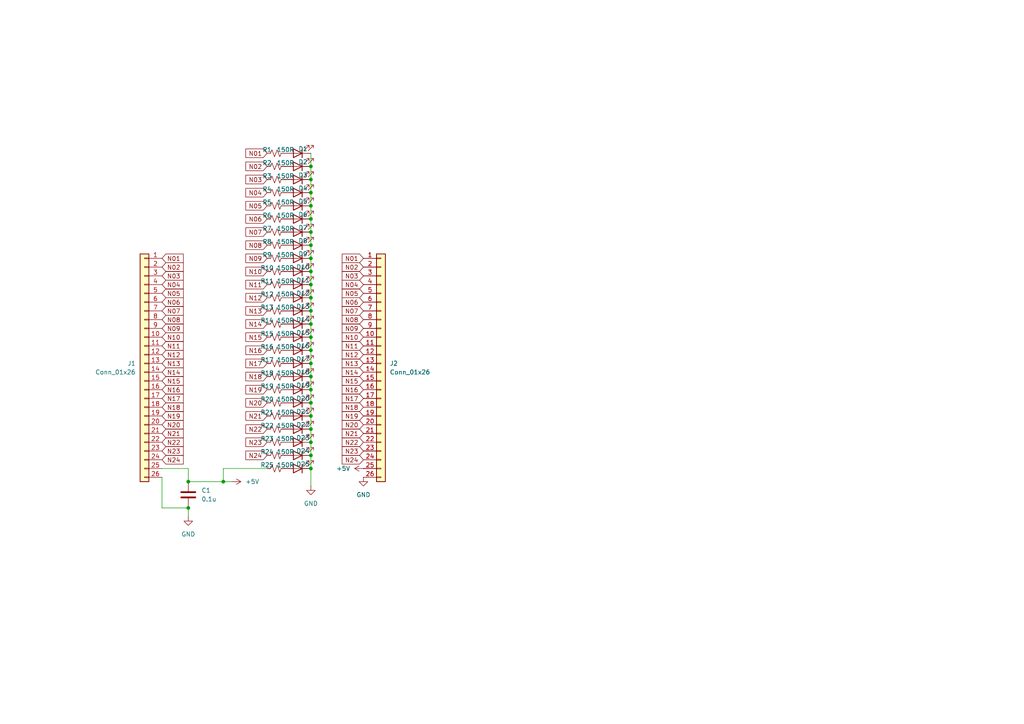
<source format=kicad_sch>
(kicad_sch
	(version 20250114)
	(generator "eeschema")
	(generator_version "9.0")
	(uuid "546a23c1-eda9-49aa-987e-14bcbee4dbed")
	(paper "A4")
	(lib_symbols
		(symbol "Connector_Generic:Conn_01x26"
			(pin_names
				(offset 1.016)
				(hide yes)
			)
			(exclude_from_sim no)
			(in_bom yes)
			(on_board yes)
			(property "Reference" "J"
				(at 0 33.02 0)
				(effects
					(font
						(size 1.27 1.27)
					)
				)
			)
			(property "Value" "Conn_01x26"
				(at 0 -35.56 0)
				(effects
					(font
						(size 1.27 1.27)
					)
				)
			)
			(property "Footprint" ""
				(at 0 0 0)
				(effects
					(font
						(size 1.27 1.27)
					)
					(hide yes)
				)
			)
			(property "Datasheet" "~"
				(at 0 0 0)
				(effects
					(font
						(size 1.27 1.27)
					)
					(hide yes)
				)
			)
			(property "Description" "Generic connector, single row, 01x26, script generated (kicad-library-utils/schlib/autogen/connector/)"
				(at 0 0 0)
				(effects
					(font
						(size 1.27 1.27)
					)
					(hide yes)
				)
			)
			(property "ki_keywords" "connector"
				(at 0 0 0)
				(effects
					(font
						(size 1.27 1.27)
					)
					(hide yes)
				)
			)
			(property "ki_fp_filters" "Connector*:*_1x??_*"
				(at 0 0 0)
				(effects
					(font
						(size 1.27 1.27)
					)
					(hide yes)
				)
			)
			(symbol "Conn_01x26_1_1"
				(rectangle
					(start -1.27 31.75)
					(end 1.27 -34.29)
					(stroke
						(width 0.254)
						(type default)
					)
					(fill
						(type background)
					)
				)
				(rectangle
					(start -1.27 30.607)
					(end 0 30.353)
					(stroke
						(width 0.1524)
						(type default)
					)
					(fill
						(type none)
					)
				)
				(rectangle
					(start -1.27 28.067)
					(end 0 27.813)
					(stroke
						(width 0.1524)
						(type default)
					)
					(fill
						(type none)
					)
				)
				(rectangle
					(start -1.27 25.527)
					(end 0 25.273)
					(stroke
						(width 0.1524)
						(type default)
					)
					(fill
						(type none)
					)
				)
				(rectangle
					(start -1.27 22.987)
					(end 0 22.733)
					(stroke
						(width 0.1524)
						(type default)
					)
					(fill
						(type none)
					)
				)
				(rectangle
					(start -1.27 20.447)
					(end 0 20.193)
					(stroke
						(width 0.1524)
						(type default)
					)
					(fill
						(type none)
					)
				)
				(rectangle
					(start -1.27 17.907)
					(end 0 17.653)
					(stroke
						(width 0.1524)
						(type default)
					)
					(fill
						(type none)
					)
				)
				(rectangle
					(start -1.27 15.367)
					(end 0 15.113)
					(stroke
						(width 0.1524)
						(type default)
					)
					(fill
						(type none)
					)
				)
				(rectangle
					(start -1.27 12.827)
					(end 0 12.573)
					(stroke
						(width 0.1524)
						(type default)
					)
					(fill
						(type none)
					)
				)
				(rectangle
					(start -1.27 10.287)
					(end 0 10.033)
					(stroke
						(width 0.1524)
						(type default)
					)
					(fill
						(type none)
					)
				)
				(rectangle
					(start -1.27 7.747)
					(end 0 7.493)
					(stroke
						(width 0.1524)
						(type default)
					)
					(fill
						(type none)
					)
				)
				(rectangle
					(start -1.27 5.207)
					(end 0 4.953)
					(stroke
						(width 0.1524)
						(type default)
					)
					(fill
						(type none)
					)
				)
				(rectangle
					(start -1.27 2.667)
					(end 0 2.413)
					(stroke
						(width 0.1524)
						(type default)
					)
					(fill
						(type none)
					)
				)
				(rectangle
					(start -1.27 0.127)
					(end 0 -0.127)
					(stroke
						(width 0.1524)
						(type default)
					)
					(fill
						(type none)
					)
				)
				(rectangle
					(start -1.27 -2.413)
					(end 0 -2.667)
					(stroke
						(width 0.1524)
						(type default)
					)
					(fill
						(type none)
					)
				)
				(rectangle
					(start -1.27 -4.953)
					(end 0 -5.207)
					(stroke
						(width 0.1524)
						(type default)
					)
					(fill
						(type none)
					)
				)
				(rectangle
					(start -1.27 -7.493)
					(end 0 -7.747)
					(stroke
						(width 0.1524)
						(type default)
					)
					(fill
						(type none)
					)
				)
				(rectangle
					(start -1.27 -10.033)
					(end 0 -10.287)
					(stroke
						(width 0.1524)
						(type default)
					)
					(fill
						(type none)
					)
				)
				(rectangle
					(start -1.27 -12.573)
					(end 0 -12.827)
					(stroke
						(width 0.1524)
						(type default)
					)
					(fill
						(type none)
					)
				)
				(rectangle
					(start -1.27 -15.113)
					(end 0 -15.367)
					(stroke
						(width 0.1524)
						(type default)
					)
					(fill
						(type none)
					)
				)
				(rectangle
					(start -1.27 -17.653)
					(end 0 -17.907)
					(stroke
						(width 0.1524)
						(type default)
					)
					(fill
						(type none)
					)
				)
				(rectangle
					(start -1.27 -20.193)
					(end 0 -20.447)
					(stroke
						(width 0.1524)
						(type default)
					)
					(fill
						(type none)
					)
				)
				(rectangle
					(start -1.27 -22.733)
					(end 0 -22.987)
					(stroke
						(width 0.1524)
						(type default)
					)
					(fill
						(type none)
					)
				)
				(rectangle
					(start -1.27 -25.273)
					(end 0 -25.527)
					(stroke
						(width 0.1524)
						(type default)
					)
					(fill
						(type none)
					)
				)
				(rectangle
					(start -1.27 -27.813)
					(end 0 -28.067)
					(stroke
						(width 0.1524)
						(type default)
					)
					(fill
						(type none)
					)
				)
				(rectangle
					(start -1.27 -30.353)
					(end 0 -30.607)
					(stroke
						(width 0.1524)
						(type default)
					)
					(fill
						(type none)
					)
				)
				(rectangle
					(start -1.27 -32.893)
					(end 0 -33.147)
					(stroke
						(width 0.1524)
						(type default)
					)
					(fill
						(type none)
					)
				)
				(pin passive line
					(at -5.08 30.48 0)
					(length 3.81)
					(name "Pin_1"
						(effects
							(font
								(size 1.27 1.27)
							)
						)
					)
					(number "1"
						(effects
							(font
								(size 1.27 1.27)
							)
						)
					)
				)
				(pin passive line
					(at -5.08 27.94 0)
					(length 3.81)
					(name "Pin_2"
						(effects
							(font
								(size 1.27 1.27)
							)
						)
					)
					(number "2"
						(effects
							(font
								(size 1.27 1.27)
							)
						)
					)
				)
				(pin passive line
					(at -5.08 25.4 0)
					(length 3.81)
					(name "Pin_3"
						(effects
							(font
								(size 1.27 1.27)
							)
						)
					)
					(number "3"
						(effects
							(font
								(size 1.27 1.27)
							)
						)
					)
				)
				(pin passive line
					(at -5.08 22.86 0)
					(length 3.81)
					(name "Pin_4"
						(effects
							(font
								(size 1.27 1.27)
							)
						)
					)
					(number "4"
						(effects
							(font
								(size 1.27 1.27)
							)
						)
					)
				)
				(pin passive line
					(at -5.08 20.32 0)
					(length 3.81)
					(name "Pin_5"
						(effects
							(font
								(size 1.27 1.27)
							)
						)
					)
					(number "5"
						(effects
							(font
								(size 1.27 1.27)
							)
						)
					)
				)
				(pin passive line
					(at -5.08 17.78 0)
					(length 3.81)
					(name "Pin_6"
						(effects
							(font
								(size 1.27 1.27)
							)
						)
					)
					(number "6"
						(effects
							(font
								(size 1.27 1.27)
							)
						)
					)
				)
				(pin passive line
					(at -5.08 15.24 0)
					(length 3.81)
					(name "Pin_7"
						(effects
							(font
								(size 1.27 1.27)
							)
						)
					)
					(number "7"
						(effects
							(font
								(size 1.27 1.27)
							)
						)
					)
				)
				(pin passive line
					(at -5.08 12.7 0)
					(length 3.81)
					(name "Pin_8"
						(effects
							(font
								(size 1.27 1.27)
							)
						)
					)
					(number "8"
						(effects
							(font
								(size 1.27 1.27)
							)
						)
					)
				)
				(pin passive line
					(at -5.08 10.16 0)
					(length 3.81)
					(name "Pin_9"
						(effects
							(font
								(size 1.27 1.27)
							)
						)
					)
					(number "9"
						(effects
							(font
								(size 1.27 1.27)
							)
						)
					)
				)
				(pin passive line
					(at -5.08 7.62 0)
					(length 3.81)
					(name "Pin_10"
						(effects
							(font
								(size 1.27 1.27)
							)
						)
					)
					(number "10"
						(effects
							(font
								(size 1.27 1.27)
							)
						)
					)
				)
				(pin passive line
					(at -5.08 5.08 0)
					(length 3.81)
					(name "Pin_11"
						(effects
							(font
								(size 1.27 1.27)
							)
						)
					)
					(number "11"
						(effects
							(font
								(size 1.27 1.27)
							)
						)
					)
				)
				(pin passive line
					(at -5.08 2.54 0)
					(length 3.81)
					(name "Pin_12"
						(effects
							(font
								(size 1.27 1.27)
							)
						)
					)
					(number "12"
						(effects
							(font
								(size 1.27 1.27)
							)
						)
					)
				)
				(pin passive line
					(at -5.08 0 0)
					(length 3.81)
					(name "Pin_13"
						(effects
							(font
								(size 1.27 1.27)
							)
						)
					)
					(number "13"
						(effects
							(font
								(size 1.27 1.27)
							)
						)
					)
				)
				(pin passive line
					(at -5.08 -2.54 0)
					(length 3.81)
					(name "Pin_14"
						(effects
							(font
								(size 1.27 1.27)
							)
						)
					)
					(number "14"
						(effects
							(font
								(size 1.27 1.27)
							)
						)
					)
				)
				(pin passive line
					(at -5.08 -5.08 0)
					(length 3.81)
					(name "Pin_15"
						(effects
							(font
								(size 1.27 1.27)
							)
						)
					)
					(number "15"
						(effects
							(font
								(size 1.27 1.27)
							)
						)
					)
				)
				(pin passive line
					(at -5.08 -7.62 0)
					(length 3.81)
					(name "Pin_16"
						(effects
							(font
								(size 1.27 1.27)
							)
						)
					)
					(number "16"
						(effects
							(font
								(size 1.27 1.27)
							)
						)
					)
				)
				(pin passive line
					(at -5.08 -10.16 0)
					(length 3.81)
					(name "Pin_17"
						(effects
							(font
								(size 1.27 1.27)
							)
						)
					)
					(number "17"
						(effects
							(font
								(size 1.27 1.27)
							)
						)
					)
				)
				(pin passive line
					(at -5.08 -12.7 0)
					(length 3.81)
					(name "Pin_18"
						(effects
							(font
								(size 1.27 1.27)
							)
						)
					)
					(number "18"
						(effects
							(font
								(size 1.27 1.27)
							)
						)
					)
				)
				(pin passive line
					(at -5.08 -15.24 0)
					(length 3.81)
					(name "Pin_19"
						(effects
							(font
								(size 1.27 1.27)
							)
						)
					)
					(number "19"
						(effects
							(font
								(size 1.27 1.27)
							)
						)
					)
				)
				(pin passive line
					(at -5.08 -17.78 0)
					(length 3.81)
					(name "Pin_20"
						(effects
							(font
								(size 1.27 1.27)
							)
						)
					)
					(number "20"
						(effects
							(font
								(size 1.27 1.27)
							)
						)
					)
				)
				(pin passive line
					(at -5.08 -20.32 0)
					(length 3.81)
					(name "Pin_21"
						(effects
							(font
								(size 1.27 1.27)
							)
						)
					)
					(number "21"
						(effects
							(font
								(size 1.27 1.27)
							)
						)
					)
				)
				(pin passive line
					(at -5.08 -22.86 0)
					(length 3.81)
					(name "Pin_22"
						(effects
							(font
								(size 1.27 1.27)
							)
						)
					)
					(number "22"
						(effects
							(font
								(size 1.27 1.27)
							)
						)
					)
				)
				(pin passive line
					(at -5.08 -25.4 0)
					(length 3.81)
					(name "Pin_23"
						(effects
							(font
								(size 1.27 1.27)
							)
						)
					)
					(number "23"
						(effects
							(font
								(size 1.27 1.27)
							)
						)
					)
				)
				(pin passive line
					(at -5.08 -27.94 0)
					(length 3.81)
					(name "Pin_24"
						(effects
							(font
								(size 1.27 1.27)
							)
						)
					)
					(number "24"
						(effects
							(font
								(size 1.27 1.27)
							)
						)
					)
				)
				(pin passive line
					(at -5.08 -30.48 0)
					(length 3.81)
					(name "Pin_25"
						(effects
							(font
								(size 1.27 1.27)
							)
						)
					)
					(number "25"
						(effects
							(font
								(size 1.27 1.27)
							)
						)
					)
				)
				(pin passive line
					(at -5.08 -33.02 0)
					(length 3.81)
					(name "Pin_26"
						(effects
							(font
								(size 1.27 1.27)
							)
						)
					)
					(number "26"
						(effects
							(font
								(size 1.27 1.27)
							)
						)
					)
				)
			)
			(embedded_fonts no)
		)
		(symbol "Device:C"
			(pin_numbers
				(hide yes)
			)
			(pin_names
				(offset 0.254)
			)
			(exclude_from_sim no)
			(in_bom yes)
			(on_board yes)
			(property "Reference" "C"
				(at 0.635 2.54 0)
				(effects
					(font
						(size 1.27 1.27)
					)
					(justify left)
				)
			)
			(property "Value" "C"
				(at 0.635 -2.54 0)
				(effects
					(font
						(size 1.27 1.27)
					)
					(justify left)
				)
			)
			(property "Footprint" ""
				(at 0.9652 -3.81 0)
				(effects
					(font
						(size 1.27 1.27)
					)
					(hide yes)
				)
			)
			(property "Datasheet" "~"
				(at 0 0 0)
				(effects
					(font
						(size 1.27 1.27)
					)
					(hide yes)
				)
			)
			(property "Description" "Unpolarized capacitor"
				(at 0 0 0)
				(effects
					(font
						(size 1.27 1.27)
					)
					(hide yes)
				)
			)
			(property "ki_keywords" "cap capacitor"
				(at 0 0 0)
				(effects
					(font
						(size 1.27 1.27)
					)
					(hide yes)
				)
			)
			(property "ki_fp_filters" "C_*"
				(at 0 0 0)
				(effects
					(font
						(size 1.27 1.27)
					)
					(hide yes)
				)
			)
			(symbol "C_0_1"
				(polyline
					(pts
						(xy -2.032 0.762) (xy 2.032 0.762)
					)
					(stroke
						(width 0.508)
						(type default)
					)
					(fill
						(type none)
					)
				)
				(polyline
					(pts
						(xy -2.032 -0.762) (xy 2.032 -0.762)
					)
					(stroke
						(width 0.508)
						(type default)
					)
					(fill
						(type none)
					)
				)
			)
			(symbol "C_1_1"
				(pin passive line
					(at 0 3.81 270)
					(length 2.794)
					(name "~"
						(effects
							(font
								(size 1.27 1.27)
							)
						)
					)
					(number "1"
						(effects
							(font
								(size 1.27 1.27)
							)
						)
					)
				)
				(pin passive line
					(at 0 -3.81 90)
					(length 2.794)
					(name "~"
						(effects
							(font
								(size 1.27 1.27)
							)
						)
					)
					(number "2"
						(effects
							(font
								(size 1.27 1.27)
							)
						)
					)
				)
			)
			(embedded_fonts no)
		)
		(symbol "Device:LED"
			(pin_numbers
				(hide yes)
			)
			(pin_names
				(offset 1.016)
				(hide yes)
			)
			(exclude_from_sim no)
			(in_bom yes)
			(on_board yes)
			(property "Reference" "D"
				(at 0 2.54 0)
				(effects
					(font
						(size 1.27 1.27)
					)
				)
			)
			(property "Value" "LED"
				(at 0 -2.54 0)
				(effects
					(font
						(size 1.27 1.27)
					)
				)
			)
			(property "Footprint" ""
				(at 0 0 0)
				(effects
					(font
						(size 1.27 1.27)
					)
					(hide yes)
				)
			)
			(property "Datasheet" "~"
				(at 0 0 0)
				(effects
					(font
						(size 1.27 1.27)
					)
					(hide yes)
				)
			)
			(property "Description" "Light emitting diode"
				(at 0 0 0)
				(effects
					(font
						(size 1.27 1.27)
					)
					(hide yes)
				)
			)
			(property "Sim.Pins" "1=K 2=A"
				(at 0 0 0)
				(effects
					(font
						(size 1.27 1.27)
					)
					(hide yes)
				)
			)
			(property "ki_keywords" "LED diode"
				(at 0 0 0)
				(effects
					(font
						(size 1.27 1.27)
					)
					(hide yes)
				)
			)
			(property "ki_fp_filters" "LED* LED_SMD:* LED_THT:*"
				(at 0 0 0)
				(effects
					(font
						(size 1.27 1.27)
					)
					(hide yes)
				)
			)
			(symbol "LED_0_1"
				(polyline
					(pts
						(xy -3.048 -0.762) (xy -4.572 -2.286) (xy -3.81 -2.286) (xy -4.572 -2.286) (xy -4.572 -1.524)
					)
					(stroke
						(width 0)
						(type default)
					)
					(fill
						(type none)
					)
				)
				(polyline
					(pts
						(xy -1.778 -0.762) (xy -3.302 -2.286) (xy -2.54 -2.286) (xy -3.302 -2.286) (xy -3.302 -1.524)
					)
					(stroke
						(width 0)
						(type default)
					)
					(fill
						(type none)
					)
				)
				(polyline
					(pts
						(xy -1.27 0) (xy 1.27 0)
					)
					(stroke
						(width 0)
						(type default)
					)
					(fill
						(type none)
					)
				)
				(polyline
					(pts
						(xy -1.27 -1.27) (xy -1.27 1.27)
					)
					(stroke
						(width 0.254)
						(type default)
					)
					(fill
						(type none)
					)
				)
				(polyline
					(pts
						(xy 1.27 -1.27) (xy 1.27 1.27) (xy -1.27 0) (xy 1.27 -1.27)
					)
					(stroke
						(width 0.254)
						(type default)
					)
					(fill
						(type none)
					)
				)
			)
			(symbol "LED_1_1"
				(pin passive line
					(at -3.81 0 0)
					(length 2.54)
					(name "K"
						(effects
							(font
								(size 1.27 1.27)
							)
						)
					)
					(number "1"
						(effects
							(font
								(size 1.27 1.27)
							)
						)
					)
				)
				(pin passive line
					(at 3.81 0 180)
					(length 2.54)
					(name "A"
						(effects
							(font
								(size 1.27 1.27)
							)
						)
					)
					(number "2"
						(effects
							(font
								(size 1.27 1.27)
							)
						)
					)
				)
			)
			(embedded_fonts no)
		)
		(symbol "Device:R_Small_US"
			(pin_numbers
				(hide yes)
			)
			(pin_names
				(offset 0.254)
				(hide yes)
			)
			(exclude_from_sim no)
			(in_bom yes)
			(on_board yes)
			(property "Reference" "R"
				(at 0.762 0.508 0)
				(effects
					(font
						(size 1.27 1.27)
					)
					(justify left)
				)
			)
			(property "Value" "R_Small_US"
				(at 0.762 -1.016 0)
				(effects
					(font
						(size 1.27 1.27)
					)
					(justify left)
				)
			)
			(property "Footprint" ""
				(at 0 0 0)
				(effects
					(font
						(size 1.27 1.27)
					)
					(hide yes)
				)
			)
			(property "Datasheet" "~"
				(at 0 0 0)
				(effects
					(font
						(size 1.27 1.27)
					)
					(hide yes)
				)
			)
			(property "Description" "Resistor, small US symbol"
				(at 0 0 0)
				(effects
					(font
						(size 1.27 1.27)
					)
					(hide yes)
				)
			)
			(property "ki_keywords" "r resistor"
				(at 0 0 0)
				(effects
					(font
						(size 1.27 1.27)
					)
					(hide yes)
				)
			)
			(property "ki_fp_filters" "R_*"
				(at 0 0 0)
				(effects
					(font
						(size 1.27 1.27)
					)
					(hide yes)
				)
			)
			(symbol "R_Small_US_1_1"
				(polyline
					(pts
						(xy 0 1.524) (xy 1.016 1.143) (xy 0 0.762) (xy -1.016 0.381) (xy 0 0)
					)
					(stroke
						(width 0)
						(type default)
					)
					(fill
						(type none)
					)
				)
				(polyline
					(pts
						(xy 0 0) (xy 1.016 -0.381) (xy 0 -0.762) (xy -1.016 -1.143) (xy 0 -1.524)
					)
					(stroke
						(width 0)
						(type default)
					)
					(fill
						(type none)
					)
				)
				(pin passive line
					(at 0 2.54 270)
					(length 1.016)
					(name "~"
						(effects
							(font
								(size 1.27 1.27)
							)
						)
					)
					(number "1"
						(effects
							(font
								(size 1.27 1.27)
							)
						)
					)
				)
				(pin passive line
					(at 0 -2.54 90)
					(length 1.016)
					(name "~"
						(effects
							(font
								(size 1.27 1.27)
							)
						)
					)
					(number "2"
						(effects
							(font
								(size 1.27 1.27)
							)
						)
					)
				)
			)
			(embedded_fonts no)
		)
		(symbol "power:+5V"
			(power)
			(pin_numbers
				(hide yes)
			)
			(pin_names
				(offset 0)
				(hide yes)
			)
			(exclude_from_sim no)
			(in_bom yes)
			(on_board yes)
			(property "Reference" "#PWR"
				(at 0 -3.81 0)
				(effects
					(font
						(size 1.27 1.27)
					)
					(hide yes)
				)
			)
			(property "Value" "+5V"
				(at 0 3.556 0)
				(effects
					(font
						(size 1.27 1.27)
					)
				)
			)
			(property "Footprint" ""
				(at 0 0 0)
				(effects
					(font
						(size 1.27 1.27)
					)
					(hide yes)
				)
			)
			(property "Datasheet" ""
				(at 0 0 0)
				(effects
					(font
						(size 1.27 1.27)
					)
					(hide yes)
				)
			)
			(property "Description" "Power symbol creates a global label with name \"+5V\""
				(at 0 0 0)
				(effects
					(font
						(size 1.27 1.27)
					)
					(hide yes)
				)
			)
			(property "ki_keywords" "global power"
				(at 0 0 0)
				(effects
					(font
						(size 1.27 1.27)
					)
					(hide yes)
				)
			)
			(symbol "+5V_0_1"
				(polyline
					(pts
						(xy -0.762 1.27) (xy 0 2.54)
					)
					(stroke
						(width 0)
						(type default)
					)
					(fill
						(type none)
					)
				)
				(polyline
					(pts
						(xy 0 2.54) (xy 0.762 1.27)
					)
					(stroke
						(width 0)
						(type default)
					)
					(fill
						(type none)
					)
				)
				(polyline
					(pts
						(xy 0 0) (xy 0 2.54)
					)
					(stroke
						(width 0)
						(type default)
					)
					(fill
						(type none)
					)
				)
			)
			(symbol "+5V_1_1"
				(pin power_in line
					(at 0 0 90)
					(length 0)
					(name "~"
						(effects
							(font
								(size 1.27 1.27)
							)
						)
					)
					(number "1"
						(effects
							(font
								(size 1.27 1.27)
							)
						)
					)
				)
			)
			(embedded_fonts no)
		)
		(symbol "power:GND"
			(power)
			(pin_numbers
				(hide yes)
			)
			(pin_names
				(offset 0)
				(hide yes)
			)
			(exclude_from_sim no)
			(in_bom yes)
			(on_board yes)
			(property "Reference" "#PWR"
				(at 0 -6.35 0)
				(effects
					(font
						(size 1.27 1.27)
					)
					(hide yes)
				)
			)
			(property "Value" "GND"
				(at 0 -3.81 0)
				(effects
					(font
						(size 1.27 1.27)
					)
				)
			)
			(property "Footprint" ""
				(at 0 0 0)
				(effects
					(font
						(size 1.27 1.27)
					)
					(hide yes)
				)
			)
			(property "Datasheet" ""
				(at 0 0 0)
				(effects
					(font
						(size 1.27 1.27)
					)
					(hide yes)
				)
			)
			(property "Description" "Power symbol creates a global label with name \"GND\" , ground"
				(at 0 0 0)
				(effects
					(font
						(size 1.27 1.27)
					)
					(hide yes)
				)
			)
			(property "ki_keywords" "global power"
				(at 0 0 0)
				(effects
					(font
						(size 1.27 1.27)
					)
					(hide yes)
				)
			)
			(symbol "GND_0_1"
				(polyline
					(pts
						(xy 0 0) (xy 0 -1.27) (xy 1.27 -1.27) (xy 0 -2.54) (xy -1.27 -1.27) (xy 0 -1.27)
					)
					(stroke
						(width 0)
						(type default)
					)
					(fill
						(type none)
					)
				)
			)
			(symbol "GND_1_1"
				(pin power_in line
					(at 0 0 270)
					(length 0)
					(name "~"
						(effects
							(font
								(size 1.27 1.27)
							)
						)
					)
					(number "1"
						(effects
							(font
								(size 1.27 1.27)
							)
						)
					)
				)
			)
			(embedded_fonts no)
		)
	)
	(junction
		(at 90.17 101.6)
		(diameter 0)
		(color 0 0 0 0)
		(uuid "021cbdb5-ca6f-4063-9c7f-cbb1afe543f8")
	)
	(junction
		(at 90.17 132.08)
		(diameter 0)
		(color 0 0 0 0)
		(uuid "0636b2f9-0863-4f7a-829c-447653397b62")
	)
	(junction
		(at 90.17 74.93)
		(diameter 0)
		(color 0 0 0 0)
		(uuid "082f4833-a720-4798-ace8-d2ce2d4ed64b")
	)
	(junction
		(at 54.61 147.32)
		(diameter 0)
		(color 0 0 0 0)
		(uuid "256e9c43-a2e5-4327-bf58-8d3b813f018f")
	)
	(junction
		(at 90.17 124.46)
		(diameter 0)
		(color 0 0 0 0)
		(uuid "547e64bf-2c07-475f-b448-cf94eeb821b6")
	)
	(junction
		(at 64.77 139.7)
		(diameter 0)
		(color 0 0 0 0)
		(uuid "5ca0c749-ef3d-4970-8b5e-fc1f433c33a3")
	)
	(junction
		(at 90.17 71.12)
		(diameter 0)
		(color 0 0 0 0)
		(uuid "634abacf-331f-4560-94a1-30f4d5273886")
	)
	(junction
		(at 90.17 90.17)
		(diameter 0)
		(color 0 0 0 0)
		(uuid "64e38110-4e84-4ef0-83e9-b3c5eed39dab")
	)
	(junction
		(at 90.17 116.84)
		(diameter 0)
		(color 0 0 0 0)
		(uuid "710e47d6-44df-46f3-8504-49666365327c")
	)
	(junction
		(at 54.61 139.7)
		(diameter 0)
		(color 0 0 0 0)
		(uuid "74fa8afe-85c4-4e73-b8e6-f105d472e8db")
	)
	(junction
		(at 90.17 128.27)
		(diameter 0)
		(color 0 0 0 0)
		(uuid "8ff0e13d-9af4-4770-8ba3-4a826904b71c")
	)
	(junction
		(at 90.17 48.26)
		(diameter 0)
		(color 0 0 0 0)
		(uuid "91a07427-9589-43ff-9d12-2515e21ae0f6")
	)
	(junction
		(at 90.17 86.36)
		(diameter 0)
		(color 0 0 0 0)
		(uuid "9a9f0be1-b9be-48da-8fa6-ddd3e6377e3f")
	)
	(junction
		(at 90.17 120.65)
		(diameter 0)
		(color 0 0 0 0)
		(uuid "9d560f5a-9e61-4d33-835d-0b988b151f80")
	)
	(junction
		(at 90.17 109.22)
		(diameter 0)
		(color 0 0 0 0)
		(uuid "a776c19d-e057-4c19-9bf2-045f492b7ae1")
	)
	(junction
		(at 90.17 113.03)
		(diameter 0)
		(color 0 0 0 0)
		(uuid "b5f7ea16-82f5-42cf-9d93-983f4dcd952b")
	)
	(junction
		(at 90.17 93.98)
		(diameter 0)
		(color 0 0 0 0)
		(uuid "bc8479cb-daa2-40d9-ab58-7eb5068c62e9")
	)
	(junction
		(at 90.17 105.41)
		(diameter 0)
		(color 0 0 0 0)
		(uuid "c3d3d48c-b74f-4463-9e08-f397464bec23")
	)
	(junction
		(at 90.17 67.31)
		(diameter 0)
		(color 0 0 0 0)
		(uuid "c7e4f119-d11f-4b38-bbab-5de1c6db95a9")
	)
	(junction
		(at 90.17 82.55)
		(diameter 0)
		(color 0 0 0 0)
		(uuid "cb29a601-dcc8-46cd-bf31-4afdd62b922e")
	)
	(junction
		(at 90.17 52.07)
		(diameter 0)
		(color 0 0 0 0)
		(uuid "d0badcd0-a4cc-4e22-9386-8d62ee786639")
	)
	(junction
		(at 90.17 135.89)
		(diameter 0)
		(color 0 0 0 0)
		(uuid "d0ff742e-82df-49e7-9b67-653c14e6c41e")
	)
	(junction
		(at 90.17 78.74)
		(diameter 0)
		(color 0 0 0 0)
		(uuid "d128d7e2-c062-41f7-85f2-c68d3c01bb24")
	)
	(junction
		(at 90.17 55.88)
		(diameter 0)
		(color 0 0 0 0)
		(uuid "dbe69a05-80c7-48b2-903c-7ed43a53b3d9")
	)
	(junction
		(at 90.17 59.69)
		(diameter 0)
		(color 0 0 0 0)
		(uuid "e36f4cc3-e2d5-4e29-9139-89f3bd1a1de3")
	)
	(junction
		(at 90.17 63.5)
		(diameter 0)
		(color 0 0 0 0)
		(uuid "f1ec66d2-8e39-46dc-b7a3-bc01054bd178")
	)
	(junction
		(at 90.17 97.79)
		(diameter 0)
		(color 0 0 0 0)
		(uuid "f9ade128-1fbe-4cc2-8f7a-ffd0c03b9b16")
	)
	(wire
		(pts
			(xy 90.17 135.89) (xy 90.17 132.08)
		)
		(stroke
			(width 0)
			(type default)
		)
		(uuid "0b223e4e-a093-412d-8ff3-da32189a2481")
	)
	(wire
		(pts
			(xy 54.61 139.7) (xy 54.61 135.89)
		)
		(stroke
			(width 0)
			(type default)
		)
		(uuid "0d71da83-0757-423b-9fc9-f243d837e6dc")
	)
	(wire
		(pts
			(xy 90.17 113.03) (xy 90.17 116.84)
		)
		(stroke
			(width 0)
			(type default)
		)
		(uuid "16c33dac-484c-4e75-8631-4023c3f8a787")
	)
	(wire
		(pts
			(xy 54.61 147.32) (xy 46.99 147.32)
		)
		(stroke
			(width 0)
			(type default)
		)
		(uuid "17377f8e-4366-4718-b1d2-813a266d1efa")
	)
	(wire
		(pts
			(xy 90.17 52.07) (xy 90.17 55.88)
		)
		(stroke
			(width 0)
			(type default)
		)
		(uuid "1b476b48-8b34-4dff-bd64-4666cd21d44a")
	)
	(wire
		(pts
			(xy 46.99 147.32) (xy 46.99 138.43)
		)
		(stroke
			(width 0)
			(type default)
		)
		(uuid "1e80e6b5-a0b0-45a2-bc8f-8e1883a9f44e")
	)
	(wire
		(pts
			(xy 90.17 116.84) (xy 90.17 120.65)
		)
		(stroke
			(width 0)
			(type default)
		)
		(uuid "32609505-f6c7-4dde-870c-b30635d50787")
	)
	(wire
		(pts
			(xy 77.47 135.89) (xy 64.77 135.89)
		)
		(stroke
			(width 0)
			(type default)
		)
		(uuid "4022cd1f-c842-4940-88b9-7286d2af6905")
	)
	(wire
		(pts
			(xy 46.99 135.89) (xy 54.61 135.89)
		)
		(stroke
			(width 0)
			(type default)
		)
		(uuid "4033c4ce-73b1-40ce-9c97-22c0cb1324bd")
	)
	(wire
		(pts
			(xy 90.17 124.46) (xy 90.17 128.27)
		)
		(stroke
			(width 0)
			(type default)
		)
		(uuid "4919b399-49cb-4233-bbf9-4189a4531509")
	)
	(wire
		(pts
			(xy 54.61 139.7) (xy 64.77 139.7)
		)
		(stroke
			(width 0)
			(type default)
		)
		(uuid "4d08b3ce-dc57-4b56-90bf-f79382ad6fbf")
	)
	(wire
		(pts
			(xy 90.17 140.97) (xy 90.17 135.89)
		)
		(stroke
			(width 0)
			(type default)
		)
		(uuid "4d21491a-aec1-49df-8996-1073a7561b40")
	)
	(wire
		(pts
			(xy 90.17 128.27) (xy 90.17 132.08)
		)
		(stroke
			(width 0)
			(type default)
		)
		(uuid "525a3c41-f3e6-436f-a7d1-d6f7585acb76")
	)
	(wire
		(pts
			(xy 90.17 93.98) (xy 90.17 97.79)
		)
		(stroke
			(width 0)
			(type default)
		)
		(uuid "57047a08-b368-4a3b-98d1-e9924c3286d2")
	)
	(wire
		(pts
			(xy 90.17 48.26) (xy 90.17 52.07)
		)
		(stroke
			(width 0)
			(type default)
		)
		(uuid "664af51f-5dde-4098-a804-f6acb4f03109")
	)
	(wire
		(pts
			(xy 90.17 78.74) (xy 90.17 82.55)
		)
		(stroke
			(width 0)
			(type default)
		)
		(uuid "6ac18507-6fd2-45f6-a437-494a4b2023ed")
	)
	(wire
		(pts
			(xy 64.77 135.89) (xy 64.77 139.7)
		)
		(stroke
			(width 0)
			(type default)
		)
		(uuid "6c1d779f-7688-41b4-b4e1-9be928eef0e8")
	)
	(wire
		(pts
			(xy 90.17 63.5) (xy 90.17 67.31)
		)
		(stroke
			(width 0)
			(type default)
		)
		(uuid "6efda429-5dbc-4d34-b7c8-0c960e9e8316")
	)
	(wire
		(pts
			(xy 90.17 90.17) (xy 90.17 93.98)
		)
		(stroke
			(width 0)
			(type default)
		)
		(uuid "7186c9b6-2b0e-48f1-8485-43b278ae6b51")
	)
	(wire
		(pts
			(xy 64.77 139.7) (xy 67.31 139.7)
		)
		(stroke
			(width 0)
			(type default)
		)
		(uuid "7a53f7f1-0229-4160-bd2e-03bdf8b799ba")
	)
	(wire
		(pts
			(xy 90.17 86.36) (xy 90.17 90.17)
		)
		(stroke
			(width 0)
			(type default)
		)
		(uuid "7d43c2c1-8673-4cd6-b7a8-b1682669e468")
	)
	(wire
		(pts
			(xy 90.17 105.41) (xy 90.17 109.22)
		)
		(stroke
			(width 0)
			(type default)
		)
		(uuid "939a8697-7d03-4bce-8408-5cc73e91eea5")
	)
	(wire
		(pts
			(xy 90.17 120.65) (xy 90.17 124.46)
		)
		(stroke
			(width 0)
			(type default)
		)
		(uuid "9a3b6eb1-6234-4bb7-aec0-f48ceb7aa049")
	)
	(wire
		(pts
			(xy 90.17 109.22) (xy 90.17 113.03)
		)
		(stroke
			(width 0)
			(type default)
		)
		(uuid "a46c8883-47d8-44eb-b068-5a7f9d8b8b37")
	)
	(wire
		(pts
			(xy 90.17 101.6) (xy 90.17 105.41)
		)
		(stroke
			(width 0)
			(type default)
		)
		(uuid "a90ee990-c781-4cfc-b418-ac7b50d451fd")
	)
	(wire
		(pts
			(xy 90.17 82.55) (xy 90.17 86.36)
		)
		(stroke
			(width 0)
			(type default)
		)
		(uuid "ab270506-d566-4e46-9019-db4acf1f7ce5")
	)
	(wire
		(pts
			(xy 90.17 44.45) (xy 90.17 48.26)
		)
		(stroke
			(width 0)
			(type default)
		)
		(uuid "c1b75c0b-2134-4332-8305-bdcc830715e2")
	)
	(wire
		(pts
			(xy 90.17 67.31) (xy 90.17 71.12)
		)
		(stroke
			(width 0)
			(type default)
		)
		(uuid "cc90f38d-6640-4787-8de0-4ba58fb7bf7d")
	)
	(wire
		(pts
			(xy 90.17 55.88) (xy 90.17 59.69)
		)
		(stroke
			(width 0)
			(type default)
		)
		(uuid "d319a81f-a77c-4629-a665-6ae510e2fbf0")
	)
	(wire
		(pts
			(xy 54.61 149.86) (xy 54.61 147.32)
		)
		(stroke
			(width 0)
			(type default)
		)
		(uuid "d3f9c2e6-d528-4215-a52b-768281fe50b8")
	)
	(wire
		(pts
			(xy 90.17 71.12) (xy 90.17 74.93)
		)
		(stroke
			(width 0)
			(type default)
		)
		(uuid "d9fad454-5f1d-4d95-849c-27e3a3c31f3c")
	)
	(wire
		(pts
			(xy 90.17 59.69) (xy 90.17 63.5)
		)
		(stroke
			(width 0)
			(type default)
		)
		(uuid "e2fa2745-aacd-4b42-910d-1ad16a81f7c2")
	)
	(wire
		(pts
			(xy 90.17 74.93) (xy 90.17 78.74)
		)
		(stroke
			(width 0)
			(type default)
		)
		(uuid "e72cfa14-02ba-4099-852a-9c2165a42c7e")
	)
	(wire
		(pts
			(xy 90.17 97.79) (xy 90.17 101.6)
		)
		(stroke
			(width 0)
			(type default)
		)
		(uuid "ec49d8d1-786d-46cf-ba35-6053f659fab0")
	)
	(global_label "N14"
		(shape input)
		(at 105.41 107.95 180)
		(fields_autoplaced yes)
		(effects
			(font
				(size 1.27 1.27)
			)
			(justify right)
		)
		(uuid "09dd6bb4-e87c-4f81-baf7-007ad24b6233")
		(property "Intersheetrefs" "${INTERSHEET_REFS}"
			(at 98.6753 107.95 0)
			(effects
				(font
					(size 1.27 1.27)
				)
				(justify right)
				(hide yes)
			)
		)
	)
	(global_label "N21"
		(shape input)
		(at 105.41 125.73 180)
		(fields_autoplaced yes)
		(effects
			(font
				(size 1.27 1.27)
			)
			(justify right)
		)
		(uuid "0b96ead3-9954-402d-bdea-5cabcb43a96c")
		(property "Intersheetrefs" "${INTERSHEET_REFS}"
			(at 98.6753 125.73 0)
			(effects
				(font
					(size 1.27 1.27)
				)
				(justify right)
				(hide yes)
			)
		)
	)
	(global_label "N13"
		(shape input)
		(at 77.47 90.17 180)
		(fields_autoplaced yes)
		(effects
			(font
				(size 1.27 1.27)
			)
			(justify right)
		)
		(uuid "12be8db4-d1c1-4a9b-9ac3-91723b49d32a")
		(property "Intersheetrefs" "${INTERSHEET_REFS}"
			(at 70.7353 90.17 0)
			(effects
				(font
					(size 1.27 1.27)
				)
				(justify right)
				(hide yes)
			)
		)
	)
	(global_label "N04"
		(shape input)
		(at 105.41 82.55 180)
		(fields_autoplaced yes)
		(effects
			(font
				(size 1.27 1.27)
			)
			(justify right)
		)
		(uuid "1395871e-002b-4048-8030-46a6bade4ae9")
		(property "Intersheetrefs" "${INTERSHEET_REFS}"
			(at 98.6753 82.55 0)
			(effects
				(font
					(size 1.27 1.27)
				)
				(justify right)
				(hide yes)
			)
		)
	)
	(global_label "N20"
		(shape input)
		(at 105.41 123.19 180)
		(fields_autoplaced yes)
		(effects
			(font
				(size 1.27 1.27)
			)
			(justify right)
		)
		(uuid "190f5cb1-00b6-46b7-a41e-4b966f6b96ab")
		(property "Intersheetrefs" "${INTERSHEET_REFS}"
			(at 98.6753 123.19 0)
			(effects
				(font
					(size 1.27 1.27)
				)
				(justify right)
				(hide yes)
			)
		)
	)
	(global_label "N15"
		(shape input)
		(at 77.47 97.79 180)
		(fields_autoplaced yes)
		(effects
			(font
				(size 1.27 1.27)
			)
			(justify right)
		)
		(uuid "19e48768-eef9-4b1a-b2e4-1cc553856bd7")
		(property "Intersheetrefs" "${INTERSHEET_REFS}"
			(at 70.7353 97.79 0)
			(effects
				(font
					(size 1.27 1.27)
				)
				(justify right)
				(hide yes)
			)
		)
	)
	(global_label "N22"
		(shape input)
		(at 77.47 124.46 180)
		(fields_autoplaced yes)
		(effects
			(font
				(size 1.27 1.27)
			)
			(justify right)
		)
		(uuid "1c980ef3-a54f-46fb-821b-46d3d9bb3371")
		(property "Intersheetrefs" "${INTERSHEET_REFS}"
			(at 70.7353 124.46 0)
			(effects
				(font
					(size 1.27 1.27)
				)
				(justify right)
				(hide yes)
			)
		)
	)
	(global_label "N05"
		(shape input)
		(at 77.47 59.69 180)
		(fields_autoplaced yes)
		(effects
			(font
				(size 1.27 1.27)
			)
			(justify right)
		)
		(uuid "1df831d6-291f-45d8-a32d-dc057539eaab")
		(property "Intersheetrefs" "${INTERSHEET_REFS}"
			(at 70.7353 59.69 0)
			(effects
				(font
					(size 1.27 1.27)
				)
				(justify right)
				(hide yes)
			)
		)
	)
	(global_label "N10"
		(shape input)
		(at 77.47 78.74 180)
		(fields_autoplaced yes)
		(effects
			(font
				(size 1.27 1.27)
			)
			(justify right)
		)
		(uuid "1e558565-9507-4c60-aac3-2b3282088b73")
		(property "Intersheetrefs" "${INTERSHEET_REFS}"
			(at 70.7353 78.74 0)
			(effects
				(font
					(size 1.27 1.27)
				)
				(justify right)
				(hide yes)
			)
		)
	)
	(global_label "N21"
		(shape input)
		(at 77.47 120.65 180)
		(fields_autoplaced yes)
		(effects
			(font
				(size 1.27 1.27)
			)
			(justify right)
		)
		(uuid "1fa1aad2-ad3a-47e3-be84-8e67a2cdc7f9")
		(property "Intersheetrefs" "${INTERSHEET_REFS}"
			(at 70.7353 120.65 0)
			(effects
				(font
					(size 1.27 1.27)
				)
				(justify right)
				(hide yes)
			)
		)
	)
	(global_label "N23"
		(shape input)
		(at 105.41 130.81 180)
		(fields_autoplaced yes)
		(effects
			(font
				(size 1.27 1.27)
			)
			(justify right)
		)
		(uuid "24cafa9e-d49f-4afc-9777-b714300b7497")
		(property "Intersheetrefs" "${INTERSHEET_REFS}"
			(at 98.6753 130.81 0)
			(effects
				(font
					(size 1.27 1.27)
				)
				(justify right)
				(hide yes)
			)
		)
	)
	(global_label "N09"
		(shape input)
		(at 77.47 74.93 180)
		(fields_autoplaced yes)
		(effects
			(font
				(size 1.27 1.27)
			)
			(justify right)
		)
		(uuid "2c43f8e7-7728-4265-a5c9-ca10af00b13e")
		(property "Intersheetrefs" "${INTERSHEET_REFS}"
			(at 70.7353 74.93 0)
			(effects
				(font
					(size 1.27 1.27)
				)
				(justify right)
				(hide yes)
			)
		)
	)
	(global_label "N12"
		(shape input)
		(at 105.41 102.87 180)
		(fields_autoplaced yes)
		(effects
			(font
				(size 1.27 1.27)
			)
			(justify right)
		)
		(uuid "33d98739-fabb-4b79-9052-8684de380d03")
		(property "Intersheetrefs" "${INTERSHEET_REFS}"
			(at 98.6753 102.87 0)
			(effects
				(font
					(size 1.27 1.27)
				)
				(justify right)
				(hide yes)
			)
		)
	)
	(global_label "N12"
		(shape input)
		(at 77.47 86.36 180)
		(fields_autoplaced yes)
		(effects
			(font
				(size 1.27 1.27)
			)
			(justify right)
		)
		(uuid "369778e5-cbfd-4b4f-a8e7-c59a69a2abc7")
		(property "Intersheetrefs" "${INTERSHEET_REFS}"
			(at 70.7353 86.36 0)
			(effects
				(font
					(size 1.27 1.27)
				)
				(justify right)
				(hide yes)
			)
		)
	)
	(global_label "N18"
		(shape input)
		(at 77.47 109.22 180)
		(fields_autoplaced yes)
		(effects
			(font
				(size 1.27 1.27)
			)
			(justify right)
		)
		(uuid "428bc493-1979-43c6-9aca-d12a0c419beb")
		(property "Intersheetrefs" "${INTERSHEET_REFS}"
			(at 70.7353 109.22 0)
			(effects
				(font
					(size 1.27 1.27)
				)
				(justify right)
				(hide yes)
			)
		)
	)
	(global_label "N03"
		(shape input)
		(at 105.41 80.01 180)
		(fields_autoplaced yes)
		(effects
			(font
				(size 1.27 1.27)
			)
			(justify right)
		)
		(uuid "4347a699-82f1-4232-a954-b60d2e702242")
		(property "Intersheetrefs" "${INTERSHEET_REFS}"
			(at 98.6753 80.01 0)
			(effects
				(font
					(size 1.27 1.27)
				)
				(justify right)
				(hide yes)
			)
		)
	)
	(global_label "N07"
		(shape input)
		(at 77.47 67.31 180)
		(fields_autoplaced yes)
		(effects
			(font
				(size 1.27 1.27)
			)
			(justify right)
		)
		(uuid "51e8638c-7850-44ed-a2ba-d7f32937f79f")
		(property "Intersheetrefs" "${INTERSHEET_REFS}"
			(at 70.7353 67.31 0)
			(effects
				(font
					(size 1.27 1.27)
				)
				(justify right)
				(hide yes)
			)
		)
	)
	(global_label "N06"
		(shape input)
		(at 105.41 87.63 180)
		(fields_autoplaced yes)
		(effects
			(font
				(size 1.27 1.27)
			)
			(justify right)
		)
		(uuid "52110926-b1bd-46cf-81a9-cb20f92c6cb3")
		(property "Intersheetrefs" "${INTERSHEET_REFS}"
			(at 98.6753 87.63 0)
			(effects
				(font
					(size 1.27 1.27)
				)
				(justify right)
				(hide yes)
			)
		)
	)
	(global_label "N13"
		(shape input)
		(at 105.41 105.41 180)
		(fields_autoplaced yes)
		(effects
			(font
				(size 1.27 1.27)
			)
			(justify right)
		)
		(uuid "5293d154-ae33-4fc7-83e4-e3432cd25b14")
		(property "Intersheetrefs" "${INTERSHEET_REFS}"
			(at 98.6753 105.41 0)
			(effects
				(font
					(size 1.27 1.27)
				)
				(justify right)
				(hide yes)
			)
		)
	)
	(global_label "N24"
		(shape input)
		(at 77.47 132.08 180)
		(fields_autoplaced yes)
		(effects
			(font
				(size 1.27 1.27)
			)
			(justify right)
		)
		(uuid "52f08f66-7f2f-4102-aca0-f6a45f946b05")
		(property "Intersheetrefs" "${INTERSHEET_REFS}"
			(at 70.7353 132.08 0)
			(effects
				(font
					(size 1.27 1.27)
				)
				(justify right)
				(hide yes)
			)
		)
	)
	(global_label "N01"
		(shape input)
		(at 105.41 74.93 180)
		(fields_autoplaced yes)
		(effects
			(font
				(size 1.27 1.27)
			)
			(justify right)
		)
		(uuid "5cffacc9-2c85-4b58-b8f6-4c00a6e10599")
		(property "Intersheetrefs" "${INTERSHEET_REFS}"
			(at 98.6753 74.93 0)
			(effects
				(font
					(size 1.27 1.27)
				)
				(justify right)
				(hide yes)
			)
		)
	)
	(global_label "N22"
		(shape input)
		(at 105.41 128.27 180)
		(fields_autoplaced yes)
		(effects
			(font
				(size 1.27 1.27)
			)
			(justify right)
		)
		(uuid "63b57b48-7ea7-4983-b532-93a9ea3cd4d7")
		(property "Intersheetrefs" "${INTERSHEET_REFS}"
			(at 98.6753 128.27 0)
			(effects
				(font
					(size 1.27 1.27)
				)
				(justify right)
				(hide yes)
			)
		)
	)
	(global_label "N08"
		(shape input)
		(at 77.47 71.12 180)
		(fields_autoplaced yes)
		(effects
			(font
				(size 1.27 1.27)
			)
			(justify right)
		)
		(uuid "73aa0e10-4776-4439-aa53-ee9a3b10f944")
		(property "Intersheetrefs" "${INTERSHEET_REFS}"
			(at 70.7353 71.12 0)
			(effects
				(font
					(size 1.27 1.27)
				)
				(justify right)
				(hide yes)
			)
		)
	)
	(global_label "N01"
		(shape input)
		(at 77.47 44.45 180)
		(fields_autoplaced yes)
		(effects
			(font
				(size 1.27 1.27)
			)
			(justify right)
		)
		(uuid "760ede68-419e-4e6c-97cb-c4d24bf5119f")
		(property "Intersheetrefs" "${INTERSHEET_REFS}"
			(at 70.7353 44.45 0)
			(effects
				(font
					(size 1.27 1.27)
				)
				(justify right)
				(hide yes)
			)
		)
	)
	(global_label "N17"
		(shape input)
		(at 105.41 115.57 180)
		(fields_autoplaced yes)
		(effects
			(font
				(size 1.27 1.27)
			)
			(justify right)
		)
		(uuid "786790e7-09dd-4535-8e32-02ab2598c87e")
		(property "Intersheetrefs" "${INTERSHEET_REFS}"
			(at 98.6753 115.57 0)
			(effects
				(font
					(size 1.27 1.27)
				)
				(justify right)
				(hide yes)
			)
		)
	)
	(global_label "N17"
		(shape input)
		(at 77.47 105.41 180)
		(fields_autoplaced yes)
		(effects
			(font
				(size 1.27 1.27)
			)
			(justify right)
		)
		(uuid "7a6792cd-f37a-433b-90ff-a0201018ae6e")
		(property "Intersheetrefs" "${INTERSHEET_REFS}"
			(at 70.7353 105.41 0)
			(effects
				(font
					(size 1.27 1.27)
				)
				(justify right)
				(hide yes)
			)
		)
	)
	(global_label "N24"
		(shape input)
		(at 105.41 133.35 180)
		(fields_autoplaced yes)
		(effects
			(font
				(size 1.27 1.27)
			)
			(justify right)
		)
		(uuid "7b11aaf0-e3af-4dc8-a508-0dd8f3070874")
		(property "Intersheetrefs" "${INTERSHEET_REFS}"
			(at 98.6753 133.35 0)
			(effects
				(font
					(size 1.27 1.27)
				)
				(justify right)
				(hide yes)
			)
		)
	)
	(global_label "N19"
		(shape input)
		(at 105.41 120.65 180)
		(fields_autoplaced yes)
		(effects
			(font
				(size 1.27 1.27)
			)
			(justify right)
		)
		(uuid "7b9c8856-fe5a-4e29-a7af-7b971c9bef68")
		(property "Intersheetrefs" "${INTERSHEET_REFS}"
			(at 98.6753 120.65 0)
			(effects
				(font
					(size 1.27 1.27)
				)
				(justify right)
				(hide yes)
			)
		)
	)
	(global_label "N20"
		(shape input)
		(at 77.47 116.84 180)
		(fields_autoplaced yes)
		(effects
			(font
				(size 1.27 1.27)
			)
			(justify right)
		)
		(uuid "826fff8b-bb52-468a-bfef-440199813dbc")
		(property "Intersheetrefs" "${INTERSHEET_REFS}"
			(at 70.7353 116.84 0)
			(effects
				(font
					(size 1.27 1.27)
				)
				(justify right)
				(hide yes)
			)
		)
	)
	(global_label "N11"
		(shape input)
		(at 77.47 82.55 180)
		(fields_autoplaced yes)
		(effects
			(font
				(size 1.27 1.27)
			)
			(justify right)
		)
		(uuid "85829244-94d2-484d-92f5-879091738630")
		(property "Intersheetrefs" "${INTERSHEET_REFS}"
			(at 70.7353 82.55 0)
			(effects
				(font
					(size 1.27 1.27)
				)
				(justify right)
				(hide yes)
			)
		)
	)
	(global_label "N16"
		(shape input)
		(at 77.47 101.6 180)
		(fields_autoplaced yes)
		(effects
			(font
				(size 1.27 1.27)
			)
			(justify right)
		)
		(uuid "87cd64bd-fb44-4b63-8d9e-b3d95a4709e3")
		(property "Intersheetrefs" "${INTERSHEET_REFS}"
			(at 70.7353 101.6 0)
			(effects
				(font
					(size 1.27 1.27)
				)
				(justify right)
				(hide yes)
			)
		)
	)
	(global_label "N03"
		(shape input)
		(at 77.47 52.07 180)
		(fields_autoplaced yes)
		(effects
			(font
				(size 1.27 1.27)
			)
			(justify right)
		)
		(uuid "9e15ab57-d02d-4870-9086-f8e534cfbf98")
		(property "Intersheetrefs" "${INTERSHEET_REFS}"
			(at 70.7353 52.07 0)
			(effects
				(font
					(size 1.27 1.27)
				)
				(justify right)
				(hide yes)
			)
		)
	)
	(global_label "N07"
		(shape input)
		(at 105.41 90.17 180)
		(fields_autoplaced yes)
		(effects
			(font
				(size 1.27 1.27)
			)
			(justify right)
		)
		(uuid "9ea7ed12-661b-4c34-92e1-c841df2f0bcf")
		(property "Intersheetrefs" "${INTERSHEET_REFS}"
			(at 98.6753 90.17 0)
			(effects
				(font
					(size 1.27 1.27)
				)
				(justify right)
				(hide yes)
			)
		)
	)
	(global_label "N11"
		(shape input)
		(at 105.41 100.33 180)
		(fields_autoplaced yes)
		(effects
			(font
				(size 1.27 1.27)
			)
			(justify right)
		)
		(uuid "9ef8a65f-7df9-4402-ba70-60cc0b14fb34")
		(property "Intersheetrefs" "${INTERSHEET_REFS}"
			(at 98.6753 100.33 0)
			(effects
				(font
					(size 1.27 1.27)
				)
				(justify right)
				(hide yes)
			)
		)
	)
	(global_label "N04"
		(shape input)
		(at 77.47 55.88 180)
		(fields_autoplaced yes)
		(effects
			(font
				(size 1.27 1.27)
			)
			(justify right)
		)
		(uuid "ac142178-fa10-44c0-86b0-b725ca57c302")
		(property "Intersheetrefs" "${INTERSHEET_REFS}"
			(at 70.7353 55.88 0)
			(effects
				(font
					(size 1.27 1.27)
				)
				(justify right)
				(hide yes)
			)
		)
	)
	(global_label "N18"
		(shape input)
		(at 105.41 118.11 180)
		(fields_autoplaced yes)
		(effects
			(font
				(size 1.27 1.27)
			)
			(justify right)
		)
		(uuid "b67db9ee-efb5-4eff-b8c7-6bd55fb15579")
		(property "Intersheetrefs" "${INTERSHEET_REFS}"
			(at 98.6753 118.11 0)
			(effects
				(font
					(size 1.27 1.27)
				)
				(justify right)
				(hide yes)
			)
		)
	)
	(global_label "N09"
		(shape input)
		(at 105.41 95.25 180)
		(fields_autoplaced yes)
		(effects
			(font
				(size 1.27 1.27)
			)
			(justify right)
		)
		(uuid "b7899c81-2b8b-4e95-8df0-1f57638d0788")
		(property "Intersheetrefs" "${INTERSHEET_REFS}"
			(at 98.6753 95.25 0)
			(effects
				(font
					(size 1.27 1.27)
				)
				(justify right)
				(hide yes)
			)
		)
	)
	(global_label "N14"
		(shape input)
		(at 77.47 93.98 180)
		(fields_autoplaced yes)
		(effects
			(font
				(size 1.27 1.27)
			)
			(justify right)
		)
		(uuid "c4535de7-1586-4713-b99c-6a51d44f2c0e")
		(property "Intersheetrefs" "${INTERSHEET_REFS}"
			(at 70.7353 93.98 0)
			(effects
				(font
					(size 1.27 1.27)
				)
				(justify right)
				(hide yes)
			)
		)
	)
	(global_label "N19"
		(shape input)
		(at 77.47 113.03 180)
		(fields_autoplaced yes)
		(effects
			(font
				(size 1.27 1.27)
			)
			(justify right)
		)
		(uuid "c884479c-86c2-46d1-9e45-97ebb74c1c9e")
		(property "Intersheetrefs" "${INTERSHEET_REFS}"
			(at 70.7353 113.03 0)
			(effects
				(font
					(size 1.27 1.27)
				)
				(justify right)
				(hide yes)
			)
		)
	)
	(global_label "N09"
		(shape input)
		(at 46.99 95.25 0)
		(fields_autoplaced yes)
		(effects
			(font
				(size 1.27 1.27)
			)
			(justify left)
		)
		(uuid "d6178d09-f1c3-4aa6-b5d6-491c546f7b16")
		(property "Intersheetrefs" "${INTERSHEET_REFS}"
			(at 53.7247 95.25 0)
			(effects
				(font
					(size 1.27 1.27)
				)
				(justify left)
				(hide yes)
			)
		)
	)
	(global_label "N05"
		(shape input)
		(at 46.99 85.09 0)
		(fields_autoplaced yes)
		(effects
			(font
				(size 1.27 1.27)
			)
			(justify left)
		)
		(uuid "d6178d09-f1c3-4aa6-b5d6-491c546f7b17")
		(property "Intersheetrefs" "${INTERSHEET_REFS}"
			(at 53.7247 85.09 0)
			(effects
				(font
					(size 1.27 1.27)
				)
				(justify left)
				(hide yes)
			)
		)
	)
	(global_label "N08"
		(shape input)
		(at 46.99 92.71 0)
		(fields_autoplaced yes)
		(effects
			(font
				(size 1.27 1.27)
			)
			(justify left)
		)
		(uuid "d6178d09-f1c3-4aa6-b5d6-491c546f7b18")
		(property "Intersheetrefs" "${INTERSHEET_REFS}"
			(at 53.7247 92.71 0)
			(effects
				(font
					(size 1.27 1.27)
				)
				(justify left)
				(hide yes)
			)
		)
	)
	(global_label "N07"
		(shape input)
		(at 46.99 90.17 0)
		(fields_autoplaced yes)
		(effects
			(font
				(size 1.27 1.27)
			)
			(justify left)
		)
		(uuid "d6178d09-f1c3-4aa6-b5d6-491c546f7b19")
		(property "Intersheetrefs" "${INTERSHEET_REFS}"
			(at 53.7247 90.17 0)
			(effects
				(font
					(size 1.27 1.27)
				)
				(justify left)
				(hide yes)
			)
		)
	)
	(global_label "N06"
		(shape input)
		(at 46.99 87.63 0)
		(fields_autoplaced yes)
		(effects
			(font
				(size 1.27 1.27)
			)
			(justify left)
		)
		(uuid "d6178d09-f1c3-4aa6-b5d6-491c546f7b1a")
		(property "Intersheetrefs" "${INTERSHEET_REFS}"
			(at 53.7247 87.63 0)
			(effects
				(font
					(size 1.27 1.27)
				)
				(justify left)
				(hide yes)
			)
		)
	)
	(global_label "N03"
		(shape input)
		(at 46.99 80.01 0)
		(fields_autoplaced yes)
		(effects
			(font
				(size 1.27 1.27)
			)
			(justify left)
		)
		(uuid "d6178d09-f1c3-4aa6-b5d6-491c546f7b1b")
		(property "Intersheetrefs" "${INTERSHEET_REFS}"
			(at 53.7247 80.01 0)
			(effects
				(font
					(size 1.27 1.27)
				)
				(justify left)
				(hide yes)
			)
		)
	)
	(global_label "N01"
		(shape input)
		(at 46.99 74.93 0)
		(fields_autoplaced yes)
		(effects
			(font
				(size 1.27 1.27)
			)
			(justify left)
		)
		(uuid "d6178d09-f1c3-4aa6-b5d6-491c546f7b1c")
		(property "Intersheetrefs" "${INTERSHEET_REFS}"
			(at 53.7247 74.93 0)
			(effects
				(font
					(size 1.27 1.27)
				)
				(justify left)
				(hide yes)
			)
		)
	)
	(global_label "N02"
		(shape input)
		(at 46.99 77.47 0)
		(fields_autoplaced yes)
		(effects
			(font
				(size 1.27 1.27)
			)
			(justify left)
		)
		(uuid "d6178d09-f1c3-4aa6-b5d6-491c546f7b1d")
		(property "Intersheetrefs" "${INTERSHEET_REFS}"
			(at 53.7247 77.47 0)
			(effects
				(font
					(size 1.27 1.27)
				)
				(justify left)
				(hide yes)
			)
		)
	)
	(global_label "N04"
		(shape input)
		(at 46.99 82.55 0)
		(fields_autoplaced yes)
		(effects
			(font
				(size 1.27 1.27)
			)
			(justify left)
		)
		(uuid "d6178d09-f1c3-4aa6-b5d6-491c546f7b1e")
		(property "Intersheetrefs" "${INTERSHEET_REFS}"
			(at 53.7247 82.55 0)
			(effects
				(font
					(size 1.27 1.27)
				)
				(justify left)
				(hide yes)
			)
		)
	)
	(global_label "N18"
		(shape input)
		(at 46.99 118.11 0)
		(fields_autoplaced yes)
		(effects
			(font
				(size 1.27 1.27)
			)
			(justify left)
		)
		(uuid "d6178d09-f1c3-4aa6-b5d6-491c546f7b1f")
		(property "Intersheetrefs" "${INTERSHEET_REFS}"
			(at 53.7247 118.11 0)
			(effects
				(font
					(size 1.27 1.27)
				)
				(justify left)
				(hide yes)
			)
		)
	)
	(global_label "N10"
		(shape input)
		(at 46.99 97.79 0)
		(fields_autoplaced yes)
		(effects
			(font
				(size 1.27 1.27)
			)
			(justify left)
		)
		(uuid "d6178d09-f1c3-4aa6-b5d6-491c546f7b20")
		(property "Intersheetrefs" "${INTERSHEET_REFS}"
			(at 53.7247 97.79 0)
			(effects
				(font
					(size 1.27 1.27)
				)
				(justify left)
				(hide yes)
			)
		)
	)
	(global_label "N11"
		(shape input)
		(at 46.99 100.33 0)
		(fields_autoplaced yes)
		(effects
			(font
				(size 1.27 1.27)
			)
			(justify left)
		)
		(uuid "d6178d09-f1c3-4aa6-b5d6-491c546f7b21")
		(property "Intersheetrefs" "${INTERSHEET_REFS}"
			(at 53.7247 100.33 0)
			(effects
				(font
					(size 1.27 1.27)
				)
				(justify left)
				(hide yes)
			)
		)
	)
	(global_label "N12"
		(shape input)
		(at 46.99 102.87 0)
		(fields_autoplaced yes)
		(effects
			(font
				(size 1.27 1.27)
			)
			(justify left)
		)
		(uuid "d6178d09-f1c3-4aa6-b5d6-491c546f7b22")
		(property "Intersheetrefs" "${INTERSHEET_REFS}"
			(at 53.7247 102.87 0)
			(effects
				(font
					(size 1.27 1.27)
				)
				(justify left)
				(hide yes)
			)
		)
	)
	(global_label "N17"
		(shape input)
		(at 46.99 115.57 0)
		(fields_autoplaced yes)
		(effects
			(font
				(size 1.27 1.27)
			)
			(justify left)
		)
		(uuid "d6178d09-f1c3-4aa6-b5d6-491c546f7b23")
		(property "Intersheetrefs" "${INTERSHEET_REFS}"
			(at 53.7247 115.57 0)
			(effects
				(font
					(size 1.27 1.27)
				)
				(justify left)
				(hide yes)
			)
		)
	)
	(global_label "N13"
		(shape input)
		(at 46.99 105.41 0)
		(fields_autoplaced yes)
		(effects
			(font
				(size 1.27 1.27)
			)
			(justify left)
		)
		(uuid "d6178d09-f1c3-4aa6-b5d6-491c546f7b24")
		(property "Intersheetrefs" "${INTERSHEET_REFS}"
			(at 53.7247 105.41 0)
			(effects
				(font
					(size 1.27 1.27)
				)
				(justify left)
				(hide yes)
			)
		)
	)
	(global_label "N16"
		(shape input)
		(at 46.99 113.03 0)
		(fields_autoplaced yes)
		(effects
			(font
				(size 1.27 1.27)
			)
			(justify left)
		)
		(uuid "d6178d09-f1c3-4aa6-b5d6-491c546f7b25")
		(property "Intersheetrefs" "${INTERSHEET_REFS}"
			(at 53.7247 113.03 0)
			(effects
				(font
					(size 1.27 1.27)
				)
				(justify left)
				(hide yes)
			)
		)
	)
	(global_label "N14"
		(shape input)
		(at 46.99 107.95 0)
		(fields_autoplaced yes)
		(effects
			(font
				(size 1.27 1.27)
			)
			(justify left)
		)
		(uuid "d6178d09-f1c3-4aa6-b5d6-491c546f7b26")
		(property "Intersheetrefs" "${INTERSHEET_REFS}"
			(at 53.7247 107.95 0)
			(effects
				(font
					(size 1.27 1.27)
				)
				(justify left)
				(hide yes)
			)
		)
	)
	(global_label "N15"
		(shape input)
		(at 46.99 110.49 0)
		(fields_autoplaced yes)
		(effects
			(font
				(size 1.27 1.27)
			)
			(justify left)
		)
		(uuid "d6178d09-f1c3-4aa6-b5d6-491c546f7b27")
		(property "Intersheetrefs" "${INTERSHEET_REFS}"
			(at 53.7247 110.49 0)
			(effects
				(font
					(size 1.27 1.27)
				)
				(justify left)
				(hide yes)
			)
		)
	)
	(global_label "N19"
		(shape input)
		(at 46.99 120.65 0)
		(fields_autoplaced yes)
		(effects
			(font
				(size 1.27 1.27)
			)
			(justify left)
		)
		(uuid "d6178d09-f1c3-4aa6-b5d6-491c546f7b28")
		(property "Intersheetrefs" "${INTERSHEET_REFS}"
			(at 53.7247 120.65 0)
			(effects
				(font
					(size 1.27 1.27)
				)
				(justify left)
				(hide yes)
			)
		)
	)
	(global_label "N22"
		(shape input)
		(at 46.99 128.27 0)
		(fields_autoplaced yes)
		(effects
			(font
				(size 1.27 1.27)
			)
			(justify left)
		)
		(uuid "d6178d09-f1c3-4aa6-b5d6-491c546f7b29")
		(property "Intersheetrefs" "${INTERSHEET_REFS}"
			(at 53.7247 128.27 0)
			(effects
				(font
					(size 1.27 1.27)
				)
				(justify left)
				(hide yes)
			)
		)
	)
	(global_label "N23"
		(shape input)
		(at 46.99 130.81 0)
		(fields_autoplaced yes)
		(effects
			(font
				(size 1.27 1.27)
			)
			(justify left)
		)
		(uuid "d6178d09-f1c3-4aa6-b5d6-491c546f7b2a")
		(property "Intersheetrefs" "${INTERSHEET_REFS}"
			(at 53.7247 130.81 0)
			(effects
				(font
					(size 1.27 1.27)
				)
				(justify left)
				(hide yes)
			)
		)
	)
	(global_label "N21"
		(shape input)
		(at 46.99 125.73 0)
		(fields_autoplaced yes)
		(effects
			(font
				(size 1.27 1.27)
			)
			(justify left)
		)
		(uuid "d6178d09-f1c3-4aa6-b5d6-491c546f7b2b")
		(property "Intersheetrefs" "${INTERSHEET_REFS}"
			(at 53.7247 125.73 0)
			(effects
				(font
					(size 1.27 1.27)
				)
				(justify left)
				(hide yes)
			)
		)
	)
	(global_label "N20"
		(shape input)
		(at 46.99 123.19 0)
		(fields_autoplaced yes)
		(effects
			(font
				(size 1.27 1.27)
			)
			(justify left)
		)
		(uuid "d6178d09-f1c3-4aa6-b5d6-491c546f7b2c")
		(property "Intersheetrefs" "${INTERSHEET_REFS}"
			(at 53.7247 123.19 0)
			(effects
				(font
					(size 1.27 1.27)
				)
				(justify left)
				(hide yes)
			)
		)
	)
	(global_label "N24"
		(shape input)
		(at 46.99 133.35 0)
		(fields_autoplaced yes)
		(effects
			(font
				(size 1.27 1.27)
			)
			(justify left)
		)
		(uuid "d6178d09-f1c3-4aa6-b5d6-491c546f7b2d")
		(property "Intersheetrefs" "${INTERSHEET_REFS}"
			(at 53.7247 133.35 0)
			(effects
				(font
					(size 1.27 1.27)
				)
				(justify left)
				(hide yes)
			)
		)
	)
	(global_label "N02"
		(shape input)
		(at 77.47 48.26 180)
		(fields_autoplaced yes)
		(effects
			(font
				(size 1.27 1.27)
			)
			(justify right)
		)
		(uuid "dadc7a12-6e21-4b7e-b8c6-ba2de538f9fd")
		(property "Intersheetrefs" "${INTERSHEET_REFS}"
			(at 70.7353 48.26 0)
			(effects
				(font
					(size 1.27 1.27)
				)
				(justify right)
				(hide yes)
			)
		)
	)
	(global_label "N06"
		(shape input)
		(at 77.47 63.5 180)
		(fields_autoplaced yes)
		(effects
			(font
				(size 1.27 1.27)
			)
			(justify right)
		)
		(uuid "db96f5e1-f8b5-478d-9b9a-ef7f0637a4d2")
		(property "Intersheetrefs" "${INTERSHEET_REFS}"
			(at 70.7353 63.5 0)
			(effects
				(font
					(size 1.27 1.27)
				)
				(justify right)
				(hide yes)
			)
		)
	)
	(global_label "N08"
		(shape input)
		(at 105.41 92.71 180)
		(fields_autoplaced yes)
		(effects
			(font
				(size 1.27 1.27)
			)
			(justify right)
		)
		(uuid "df041bda-a8cd-4b9c-ae35-4b3ce6817a99")
		(property "Intersheetrefs" "${INTERSHEET_REFS}"
			(at 98.6753 92.71 0)
			(effects
				(font
					(size 1.27 1.27)
				)
				(justify right)
				(hide yes)
			)
		)
	)
	(global_label "N15"
		(shape input)
		(at 105.41 110.49 180)
		(fields_autoplaced yes)
		(effects
			(font
				(size 1.27 1.27)
			)
			(justify right)
		)
		(uuid "df2ead93-d6f1-48f3-b88a-1af94d85d989")
		(property "Intersheetrefs" "${INTERSHEET_REFS}"
			(at 98.6753 110.49 0)
			(effects
				(font
					(size 1.27 1.27)
				)
				(justify right)
				(hide yes)
			)
		)
	)
	(global_label "N23"
		(shape input)
		(at 77.47 128.27 180)
		(fields_autoplaced yes)
		(effects
			(font
				(size 1.27 1.27)
			)
			(justify right)
		)
		(uuid "e01a3f3c-42b6-48ea-987e-f031158f7fdf")
		(property "Intersheetrefs" "${INTERSHEET_REFS}"
			(at 70.7353 128.27 0)
			(effects
				(font
					(size 1.27 1.27)
				)
				(justify right)
				(hide yes)
			)
		)
	)
	(global_label "N05"
		(shape input)
		(at 105.41 85.09 180)
		(fields_autoplaced yes)
		(effects
			(font
				(size 1.27 1.27)
			)
			(justify right)
		)
		(uuid "e25cb600-cc86-45c8-826e-dac4456d5457")
		(property "Intersheetrefs" "${INTERSHEET_REFS}"
			(at 98.6753 85.09 0)
			(effects
				(font
					(size 1.27 1.27)
				)
				(justify right)
				(hide yes)
			)
		)
	)
	(global_label "N16"
		(shape input)
		(at 105.41 113.03 180)
		(fields_autoplaced yes)
		(effects
			(font
				(size 1.27 1.27)
			)
			(justify right)
		)
		(uuid "e5fb1127-7a28-455a-9e50-8e16ae54177e")
		(property "Intersheetrefs" "${INTERSHEET_REFS}"
			(at 98.6753 113.03 0)
			(effects
				(font
					(size 1.27 1.27)
				)
				(justify right)
				(hide yes)
			)
		)
	)
	(global_label "N10"
		(shape input)
		(at 105.41 97.79 180)
		(fields_autoplaced yes)
		(effects
			(font
				(size 1.27 1.27)
			)
			(justify right)
		)
		(uuid "f1ccdb49-00ce-489d-a456-501ee434907d")
		(property "Intersheetrefs" "${INTERSHEET_REFS}"
			(at 98.6753 97.79 0)
			(effects
				(font
					(size 1.27 1.27)
				)
				(justify right)
				(hide yes)
			)
		)
	)
	(global_label "N02"
		(shape input)
		(at 105.41 77.47 180)
		(fields_autoplaced yes)
		(effects
			(font
				(size 1.27 1.27)
			)
			(justify right)
		)
		(uuid "f85d2cc0-7b0e-431a-aa91-b97e59fca14c")
		(property "Intersheetrefs" "${INTERSHEET_REFS}"
			(at 98.6753 77.47 0)
			(effects
				(font
					(size 1.27 1.27)
				)
				(justify right)
				(hide yes)
			)
		)
	)
	(symbol
		(lib_id "Device:LED")
		(at 86.36 128.27 180)
		(unit 1)
		(exclude_from_sim no)
		(in_bom yes)
		(on_board yes)
		(dnp no)
		(uuid "0a67ed53-583a-4204-bf5a-8227490ca32f")
		(property "Reference" "D23"
			(at 87.884 127 0)
			(effects
				(font
					(size 1.27 1.27)
				)
			)
		)
		(property "Value" "LED"
			(at 87.63 124.968 0)
			(effects
				(font
					(size 1.27 1.27)
				)
				(hide yes)
			)
		)
		(property "Footprint" "LED_SMD:LED_0603_1608Metric"
			(at 86.36 128.27 0)
			(effects
				(font
					(size 1.27 1.27)
				)
				(hide yes)
			)
		)
		(property "Datasheet" "~"
			(at 86.36 128.27 0)
			(effects
				(font
					(size 1.27 1.27)
				)
				(hide yes)
			)
		)
		(property "Description" "Light emitting diode"
			(at 86.36 128.27 0)
			(effects
				(font
					(size 1.27 1.27)
				)
				(hide yes)
			)
		)
		(property "Sim.Pins" "1=K 2=A"
			(at 86.36 128.27 0)
			(effects
				(font
					(size 1.27 1.27)
				)
				(hide yes)
			)
		)
		(pin "1"
			(uuid "b891d6b1-e2d0-4ab7-94d2-9f2b63a094d0")
		)
		(pin "2"
			(uuid "d9f0adc6-4545-4632-b25d-795ac93ed972")
		)
		(instances
			(project "OrganLEDArray"
				(path "/546a23c1-eda9-49aa-987e-14bcbee4dbed"
					(reference "D23")
					(unit 1)
				)
			)
		)
	)
	(symbol
		(lib_id "power:+5V")
		(at 105.41 135.89 90)
		(mirror x)
		(unit 1)
		(exclude_from_sim no)
		(in_bom yes)
		(on_board yes)
		(dnp no)
		(fields_autoplaced yes)
		(uuid "10781a00-63a0-47ce-8cb2-ad5bc687d6d9")
		(property "Reference" "#PWR03"
			(at 109.22 135.89 0)
			(effects
				(font
					(size 1.27 1.27)
				)
				(hide yes)
			)
		)
		(property "Value" "+5V"
			(at 101.6 135.8899 90)
			(effects
				(font
					(size 1.27 1.27)
				)
				(justify left)
			)
		)
		(property "Footprint" ""
			(at 105.41 135.89 0)
			(effects
				(font
					(size 1.27 1.27)
				)
				(hide yes)
			)
		)
		(property "Datasheet" ""
			(at 105.41 135.89 0)
			(effects
				(font
					(size 1.27 1.27)
				)
				(hide yes)
			)
		)
		(property "Description" "Power symbol creates a global label with name \"+5V\""
			(at 105.41 135.89 0)
			(effects
				(font
					(size 1.27 1.27)
				)
				(hide yes)
			)
		)
		(pin "1"
			(uuid "8eac904e-e203-4bfb-ab56-527bcd12b44f")
		)
		(instances
			(project "OrganLEDArray"
				(path "/546a23c1-eda9-49aa-987e-14bcbee4dbed"
					(reference "#PWR03")
					(unit 1)
				)
			)
		)
	)
	(symbol
		(lib_id "Device:LED")
		(at 86.36 78.74 180)
		(unit 1)
		(exclude_from_sim no)
		(in_bom yes)
		(on_board yes)
		(dnp no)
		(uuid "11b0c69e-25ae-4586-b33b-253dfa9af76a")
		(property "Reference" "D10"
			(at 87.884 77.47 0)
			(effects
				(font
					(size 1.27 1.27)
				)
			)
		)
		(property "Value" "LED"
			(at 87.63 75.438 0)
			(effects
				(font
					(size 1.27 1.27)
				)
				(hide yes)
			)
		)
		(property "Footprint" "LED_SMD:LED_0603_1608Metric"
			(at 86.36 78.74 0)
			(effects
				(font
					(size 1.27 1.27)
				)
				(hide yes)
			)
		)
		(property "Datasheet" "~"
			(at 86.36 78.74 0)
			(effects
				(font
					(size 1.27 1.27)
				)
				(hide yes)
			)
		)
		(property "Description" "Light emitting diode"
			(at 86.36 78.74 0)
			(effects
				(font
					(size 1.27 1.27)
				)
				(hide yes)
			)
		)
		(property "Sim.Pins" "1=K 2=A"
			(at 86.36 78.74 0)
			(effects
				(font
					(size 1.27 1.27)
				)
				(hide yes)
			)
		)
		(pin "1"
			(uuid "4f3a9bdd-6439-4b60-8ba3-73d4b4796895")
		)
		(pin "2"
			(uuid "60a8a570-edfb-4581-bea2-638dd03a8a2a")
		)
		(instances
			(project "OrganLEDArray"
				(path "/546a23c1-eda9-49aa-987e-14bcbee4dbed"
					(reference "D10")
					(unit 1)
				)
			)
		)
	)
	(symbol
		(lib_id "Device:R_Small_US")
		(at 80.01 48.26 90)
		(unit 1)
		(exclude_from_sim no)
		(in_bom yes)
		(on_board yes)
		(dnp no)
		(uuid "1450ef1a-fe7c-4d9b-91be-92f658476301")
		(property "Reference" "R2"
			(at 77.47 47.244 90)
			(effects
				(font
					(size 1.27 1.27)
				)
			)
		)
		(property "Value" "150R"
			(at 82.804 47.244 90)
			(effects
				(font
					(size 1.27 1.27)
				)
			)
		)
		(property "Footprint" "Resistor_SMD:R_0603_1608Metric"
			(at 80.01 48.26 0)
			(effects
				(font
					(size 1.27 1.27)
				)
				(hide yes)
			)
		)
		(property "Datasheet" "~"
			(at 80.01 48.26 0)
			(effects
				(font
					(size 1.27 1.27)
				)
				(hide yes)
			)
		)
		(property "Description" "Resistor, small US symbol"
			(at 80.01 48.26 0)
			(effects
				(font
					(size 1.27 1.27)
				)
				(hide yes)
			)
		)
		(pin "2"
			(uuid "04ed5170-e734-466d-aed3-75f233068852")
		)
		(pin "1"
			(uuid "338f664c-ca95-424a-83a5-d5d515f3ebdb")
		)
		(instances
			(project "OrganLEDArray"
				(path "/546a23c1-eda9-49aa-987e-14bcbee4dbed"
					(reference "R2")
					(unit 1)
				)
			)
		)
	)
	(symbol
		(lib_id "power:GND")
		(at 105.41 138.43 0)
		(mirror y)
		(unit 1)
		(exclude_from_sim no)
		(in_bom yes)
		(on_board yes)
		(dnp no)
		(fields_autoplaced yes)
		(uuid "15e45e0c-9e8d-4270-802a-26790d771f27")
		(property "Reference" "#PWR04"
			(at 105.41 144.78 0)
			(effects
				(font
					(size 1.27 1.27)
				)
				(hide yes)
			)
		)
		(property "Value" "GND"
			(at 105.41 143.51 0)
			(effects
				(font
					(size 1.27 1.27)
				)
			)
		)
		(property "Footprint" ""
			(at 105.41 138.43 0)
			(effects
				(font
					(size 1.27 1.27)
				)
				(hide yes)
			)
		)
		(property "Datasheet" ""
			(at 105.41 138.43 0)
			(effects
				(font
					(size 1.27 1.27)
				)
				(hide yes)
			)
		)
		(property "Description" "Power symbol creates a global label with name \"GND\" , ground"
			(at 105.41 138.43 0)
			(effects
				(font
					(size 1.27 1.27)
				)
				(hide yes)
			)
		)
		(pin "1"
			(uuid "3669cb18-deaf-4fbb-8d19-057fd86dbeb7")
		)
		(instances
			(project "OrganLEDArray"
				(path "/546a23c1-eda9-49aa-987e-14bcbee4dbed"
					(reference "#PWR04")
					(unit 1)
				)
			)
		)
	)
	(symbol
		(lib_id "Connector_Generic:Conn_01x26")
		(at 110.49 105.41 0)
		(unit 1)
		(exclude_from_sim no)
		(in_bom yes)
		(on_board yes)
		(dnp no)
		(uuid "17316b72-2346-4db7-98c2-e14bae31a7c1")
		(property "Reference" "J2"
			(at 113.03 105.4099 0)
			(effects
				(font
					(size 1.27 1.27)
				)
				(justify left)
			)
		)
		(property "Value" "Conn_01x26"
			(at 113.03 107.9499 0)
			(effects
				(font
					(size 1.27 1.27)
				)
				(justify left)
			)
		)
		(property "Footprint" "Connector_IDC:IDC-Header_2x13_P2.54mm_Vertical"
			(at 110.49 105.41 0)
			(effects
				(font
					(size 1.27 1.27)
				)
				(hide yes)
			)
		)
		(property "Datasheet" "~"
			(at 110.49 105.41 0)
			(effects
				(font
					(size 1.27 1.27)
				)
				(hide yes)
			)
		)
		(property "Description" "Generic connector, single row, 01x26, script generated (kicad-library-utils/schlib/autogen/connector/)"
			(at 110.49 105.41 0)
			(effects
				(font
					(size 1.27 1.27)
				)
				(hide yes)
			)
		)
		(pin "26"
			(uuid "9f1a32fb-4580-4716-8081-9ca9a124b0b8")
		)
		(pin "23"
			(uuid "2e2772ad-1c7e-483f-b202-9f716a805c7e")
		)
		(pin "25"
			(uuid "9e7f6e16-8b24-4561-b67c-5842a099cea4")
		)
		(pin "24"
			(uuid "91433cf6-1896-47b3-b4e8-fd6b59a63ee7")
		)
		(pin "19"
			(uuid "3eaf7a08-ef36-4e41-9b4b-10cb955ee8fe")
		)
		(pin "20"
			(uuid "05c705c7-7c9a-4cc1-b3b7-417f7f9843c7")
		)
		(pin "21"
			(uuid "2b5a5f0d-0b9d-4cca-a350-b1ec8d0806c7")
		)
		(pin "22"
			(uuid "7208031c-ff0c-48b1-b813-9fb330bb0394")
		)
		(pin "13"
			(uuid "a2dbb4ca-c6fc-41f3-8897-81eda66a4ec1")
		)
		(pin "6"
			(uuid "4ac65617-d0a2-4ca0-8012-e7d4a38da798")
		)
		(pin "7"
			(uuid "dcaecee6-e3c3-4dd3-8dcb-9ae17441737f")
		)
		(pin "10"
			(uuid "5b72811c-756d-4b1f-ace8-9d4061e69eb2")
		)
		(pin "8"
			(uuid "e80c08e3-b9dc-4f8d-822b-5b591fbd8da7")
		)
		(pin "14"
			(uuid "60625b58-1946-4cd5-88f0-8bfd800ae63d")
		)
		(pin "3"
			(uuid "94ac4825-e4e2-46b1-95af-175f2c2800cb")
		)
		(pin "5"
			(uuid "5ce5c310-778c-456a-bc37-c0ab98983c0f")
		)
		(pin "1"
			(uuid "87114f5e-4f04-42bf-a3ab-ed9b7c6b7b1c")
		)
		(pin "2"
			(uuid "befd9dbd-0c54-4cb2-a7f3-2e295c8390f3")
		)
		(pin "4"
			(uuid "169fd0c7-645f-40e9-8cc5-0fb38045b070")
		)
		(pin "11"
			(uuid "53a6b238-a0b0-4a99-83f3-30a7e9443bcf")
		)
		(pin "15"
			(uuid "4a99fc6a-1ae7-492c-96a7-ade0d241a803")
		)
		(pin "9"
			(uuid "0ccaac7b-e09b-4d40-a3d2-8eaa10df8151")
		)
		(pin "12"
			(uuid "a58f8df9-808b-428a-82ea-71a5b8b6b00f")
		)
		(pin "16"
			(uuid "47dce5e3-cccf-416c-beb1-df8cf845846d")
		)
		(pin "17"
			(uuid "13ff91dd-e8e3-4779-a588-109dc50d9800")
		)
		(pin "18"
			(uuid "ef942153-628b-408e-af6c-e89f9b3cc332")
		)
		(instances
			(project "OrganLEDArray"
				(path "/546a23c1-eda9-49aa-987e-14bcbee4dbed"
					(reference "J2")
					(unit 1)
				)
			)
		)
	)
	(symbol
		(lib_id "Device:R_Small_US")
		(at 80.01 59.69 90)
		(unit 1)
		(exclude_from_sim no)
		(in_bom yes)
		(on_board yes)
		(dnp no)
		(uuid "17b9b63f-76ed-40b4-9f5c-dd8d588f7fad")
		(property "Reference" "R5"
			(at 77.47 58.674 90)
			(effects
				(font
					(size 1.27 1.27)
				)
			)
		)
		(property "Value" "150R"
			(at 82.804 58.674 90)
			(effects
				(font
					(size 1.27 1.27)
				)
			)
		)
		(property "Footprint" "Resistor_SMD:R_0603_1608Metric"
			(at 80.01 59.69 0)
			(effects
				(font
					(size 1.27 1.27)
				)
				(hide yes)
			)
		)
		(property "Datasheet" "~"
			(at 80.01 59.69 0)
			(effects
				(font
					(size 1.27 1.27)
				)
				(hide yes)
			)
		)
		(property "Description" "Resistor, small US symbol"
			(at 80.01 59.69 0)
			(effects
				(font
					(size 1.27 1.27)
				)
				(hide yes)
			)
		)
		(pin "2"
			(uuid "cb3b778b-5c9c-487f-970b-f3f40244e6f3")
		)
		(pin "1"
			(uuid "1cc0d2c0-3aa3-4195-b7b8-7ff1060fcb85")
		)
		(instances
			(project "OrganLEDArray"
				(path "/546a23c1-eda9-49aa-987e-14bcbee4dbed"
					(reference "R5")
					(unit 1)
				)
			)
		)
	)
	(symbol
		(lib_id "Device:R_Small_US")
		(at 80.01 74.93 90)
		(unit 1)
		(exclude_from_sim no)
		(in_bom yes)
		(on_board yes)
		(dnp no)
		(uuid "200abb77-a017-4ce9-9100-bc476bf333b7")
		(property "Reference" "R9"
			(at 77.47 73.914 90)
			(effects
				(font
					(size 1.27 1.27)
				)
			)
		)
		(property "Value" "150R"
			(at 82.804 73.914 90)
			(effects
				(font
					(size 1.27 1.27)
				)
			)
		)
		(property "Footprint" "Resistor_SMD:R_0603_1608Metric"
			(at 80.01 74.93 0)
			(effects
				(font
					(size 1.27 1.27)
				)
				(hide yes)
			)
		)
		(property "Datasheet" "~"
			(at 80.01 74.93 0)
			(effects
				(font
					(size 1.27 1.27)
				)
				(hide yes)
			)
		)
		(property "Description" "Resistor, small US symbol"
			(at 80.01 74.93 0)
			(effects
				(font
					(size 1.27 1.27)
				)
				(hide yes)
			)
		)
		(pin "2"
			(uuid "1a7bb7dd-0a44-4dc4-a9ce-0e8cd2164c36")
		)
		(pin "1"
			(uuid "f971d7d3-b678-4f8f-9884-b1739e15349f")
		)
		(instances
			(project "OrganLEDArray"
				(path "/546a23c1-eda9-49aa-987e-14bcbee4dbed"
					(reference "R9")
					(unit 1)
				)
			)
		)
	)
	(symbol
		(lib_id "Device:LED")
		(at 86.36 113.03 180)
		(unit 1)
		(exclude_from_sim no)
		(in_bom yes)
		(on_board yes)
		(dnp no)
		(uuid "235a3d16-08f5-44ed-88a0-1499f342d8f3")
		(property "Reference" "D19"
			(at 87.884 111.76 0)
			(effects
				(font
					(size 1.27 1.27)
				)
			)
		)
		(property "Value" "LED"
			(at 87.63 109.728 0)
			(effects
				(font
					(size 1.27 1.27)
				)
				(hide yes)
			)
		)
		(property "Footprint" "LED_SMD:LED_0603_1608Metric"
			(at 86.36 113.03 0)
			(effects
				(font
					(size 1.27 1.27)
				)
				(hide yes)
			)
		)
		(property "Datasheet" "~"
			(at 86.36 113.03 0)
			(effects
				(font
					(size 1.27 1.27)
				)
				(hide yes)
			)
		)
		(property "Description" "Light emitting diode"
			(at 86.36 113.03 0)
			(effects
				(font
					(size 1.27 1.27)
				)
				(hide yes)
			)
		)
		(property "Sim.Pins" "1=K 2=A"
			(at 86.36 113.03 0)
			(effects
				(font
					(size 1.27 1.27)
				)
				(hide yes)
			)
		)
		(pin "1"
			(uuid "ef042c02-b66a-4582-a80b-9accd0c86348")
		)
		(pin "2"
			(uuid "37a6317e-5dfe-4d72-bcbd-f4f609bcbf2e")
		)
		(instances
			(project "OrganLEDArray"
				(path "/546a23c1-eda9-49aa-987e-14bcbee4dbed"
					(reference "D19")
					(unit 1)
				)
			)
		)
	)
	(symbol
		(lib_id "Device:R_Small_US")
		(at 80.01 44.45 90)
		(unit 1)
		(exclude_from_sim no)
		(in_bom yes)
		(on_board yes)
		(dnp no)
		(uuid "2ad1e638-d0f6-446b-81dd-c125318e193e")
		(property "Reference" "R1"
			(at 77.47 43.434 90)
			(effects
				(font
					(size 1.27 1.27)
				)
			)
		)
		(property "Value" "150R"
			(at 82.804 43.434 90)
			(effects
				(font
					(size 1.27 1.27)
				)
			)
		)
		(property "Footprint" "Resistor_SMD:R_0603_1608Metric"
			(at 80.01 44.45 0)
			(effects
				(font
					(size 1.27 1.27)
				)
				(hide yes)
			)
		)
		(property "Datasheet" "~"
			(at 80.01 44.45 0)
			(effects
				(font
					(size 1.27 1.27)
				)
				(hide yes)
			)
		)
		(property "Description" "Resistor, small US symbol"
			(at 80.01 44.45 0)
			(effects
				(font
					(size 1.27 1.27)
				)
				(hide yes)
			)
		)
		(pin "2"
			(uuid "41e8ada4-17c1-4576-9e38-9135de92690d")
		)
		(pin "1"
			(uuid "e7109da7-9c8d-4b75-9df7-45f98e749770")
		)
		(instances
			(project ""
				(path "/546a23c1-eda9-49aa-987e-14bcbee4dbed"
					(reference "R1")
					(unit 1)
				)
			)
		)
	)
	(symbol
		(lib_id "Device:LED")
		(at 86.36 93.98 180)
		(unit 1)
		(exclude_from_sim no)
		(in_bom yes)
		(on_board yes)
		(dnp no)
		(uuid "2c319ef5-4d74-4cfa-a992-c6d8c6e97828")
		(property "Reference" "D14"
			(at 87.884 92.71 0)
			(effects
				(font
					(size 1.27 1.27)
				)
			)
		)
		(property "Value" "LED"
			(at 87.63 90.678 0)
			(effects
				(font
					(size 1.27 1.27)
				)
				(hide yes)
			)
		)
		(property "Footprint" "LED_SMD:LED_0603_1608Metric"
			(at 86.36 93.98 0)
			(effects
				(font
					(size 1.27 1.27)
				)
				(hide yes)
			)
		)
		(property "Datasheet" "~"
			(at 86.36 93.98 0)
			(effects
				(font
					(size 1.27 1.27)
				)
				(hide yes)
			)
		)
		(property "Description" "Light emitting diode"
			(at 86.36 93.98 0)
			(effects
				(font
					(size 1.27 1.27)
				)
				(hide yes)
			)
		)
		(property "Sim.Pins" "1=K 2=A"
			(at 86.36 93.98 0)
			(effects
				(font
					(size 1.27 1.27)
				)
				(hide yes)
			)
		)
		(pin "1"
			(uuid "f5685230-10b5-4282-b0b2-c17fa68b7bae")
		)
		(pin "2"
			(uuid "a37fdb3a-ddf1-4993-8f51-7ba0943d0d5d")
		)
		(instances
			(project "OrganLEDArray"
				(path "/546a23c1-eda9-49aa-987e-14bcbee4dbed"
					(reference "D14")
					(unit 1)
				)
			)
		)
	)
	(symbol
		(lib_id "Device:LED")
		(at 86.36 132.08 180)
		(unit 1)
		(exclude_from_sim no)
		(in_bom yes)
		(on_board yes)
		(dnp no)
		(uuid "2f19589f-9de1-454b-9ee3-095b7d4f0612")
		(property "Reference" "D24"
			(at 87.884 130.81 0)
			(effects
				(font
					(size 1.27 1.27)
				)
			)
		)
		(property "Value" "LED"
			(at 87.63 128.778 0)
			(effects
				(font
					(size 1.27 1.27)
				)
				(hide yes)
			)
		)
		(property "Footprint" "LED_SMD:LED_0603_1608Metric"
			(at 86.36 132.08 0)
			(effects
				(font
					(size 1.27 1.27)
				)
				(hide yes)
			)
		)
		(property "Datasheet" "~"
			(at 86.36 132.08 0)
			(effects
				(font
					(size 1.27 1.27)
				)
				(hide yes)
			)
		)
		(property "Description" "Light emitting diode"
			(at 86.36 132.08 0)
			(effects
				(font
					(size 1.27 1.27)
				)
				(hide yes)
			)
		)
		(property "Sim.Pins" "1=K 2=A"
			(at 86.36 132.08 0)
			(effects
				(font
					(size 1.27 1.27)
				)
				(hide yes)
			)
		)
		(pin "1"
			(uuid "c22587b1-70ce-4d60-9c00-096bc69b5ad7")
		)
		(pin "2"
			(uuid "2c2d0b7e-36ac-4519-afa8-37b858781bca")
		)
		(instances
			(project "OrganLEDArray"
				(path "/546a23c1-eda9-49aa-987e-14bcbee4dbed"
					(reference "D24")
					(unit 1)
				)
			)
		)
	)
	(symbol
		(lib_id "Device:R_Small_US")
		(at 80.01 90.17 90)
		(unit 1)
		(exclude_from_sim no)
		(in_bom yes)
		(on_board yes)
		(dnp no)
		(uuid "2f9d33b6-23ef-4182-a9dd-f923b12acb56")
		(property "Reference" "R13"
			(at 77.47 89.154 90)
			(effects
				(font
					(size 1.27 1.27)
				)
			)
		)
		(property "Value" "150R"
			(at 82.804 89.154 90)
			(effects
				(font
					(size 1.27 1.27)
				)
			)
		)
		(property "Footprint" "Resistor_SMD:R_0603_1608Metric"
			(at 80.01 90.17 0)
			(effects
				(font
					(size 1.27 1.27)
				)
				(hide yes)
			)
		)
		(property "Datasheet" "~"
			(at 80.01 90.17 0)
			(effects
				(font
					(size 1.27 1.27)
				)
				(hide yes)
			)
		)
		(property "Description" "Resistor, small US symbol"
			(at 80.01 90.17 0)
			(effects
				(font
					(size 1.27 1.27)
				)
				(hide yes)
			)
		)
		(pin "2"
			(uuid "c1d819c2-5045-4d0e-ad95-63798ddfe054")
		)
		(pin "1"
			(uuid "e271e213-4671-4125-b16f-b21d8bbc37ae")
		)
		(instances
			(project "OrganLEDArray"
				(path "/546a23c1-eda9-49aa-987e-14bcbee4dbed"
					(reference "R13")
					(unit 1)
				)
			)
		)
	)
	(symbol
		(lib_id "Device:R_Small_US")
		(at 80.01 120.65 90)
		(unit 1)
		(exclude_from_sim no)
		(in_bom yes)
		(on_board yes)
		(dnp no)
		(uuid "3240cb65-c5cf-4fee-8613-4fc08c7e3ca9")
		(property "Reference" "R21"
			(at 77.47 119.634 90)
			(effects
				(font
					(size 1.27 1.27)
				)
			)
		)
		(property "Value" "150R"
			(at 82.804 119.634 90)
			(effects
				(font
					(size 1.27 1.27)
				)
			)
		)
		(property "Footprint" "Resistor_SMD:R_0603_1608Metric"
			(at 80.01 120.65 0)
			(effects
				(font
					(size 1.27 1.27)
				)
				(hide yes)
			)
		)
		(property "Datasheet" "~"
			(at 80.01 120.65 0)
			(effects
				(font
					(size 1.27 1.27)
				)
				(hide yes)
			)
		)
		(property "Description" "Resistor, small US symbol"
			(at 80.01 120.65 0)
			(effects
				(font
					(size 1.27 1.27)
				)
				(hide yes)
			)
		)
		(pin "2"
			(uuid "072c17ab-b791-4cde-9f97-bfdaae9785f0")
		)
		(pin "1"
			(uuid "635fbd0c-81b9-4aa0-b7e6-bfc1d6dee2d8")
		)
		(instances
			(project "OrganLEDArray"
				(path "/546a23c1-eda9-49aa-987e-14bcbee4dbed"
					(reference "R21")
					(unit 1)
				)
			)
		)
	)
	(symbol
		(lib_id "Device:R_Small_US")
		(at 80.01 135.89 90)
		(unit 1)
		(exclude_from_sim no)
		(in_bom yes)
		(on_board yes)
		(dnp no)
		(uuid "3b3a0ac6-7a88-4e9e-aa51-ebaa49e7142e")
		(property "Reference" "R25"
			(at 77.47 134.874 90)
			(effects
				(font
					(size 1.27 1.27)
				)
			)
		)
		(property "Value" "150R"
			(at 82.804 134.874 90)
			(effects
				(font
					(size 1.27 1.27)
				)
			)
		)
		(property "Footprint" "Resistor_SMD:R_0603_1608Metric"
			(at 80.01 135.89 0)
			(effects
				(font
					(size 1.27 1.27)
				)
				(hide yes)
			)
		)
		(property "Datasheet" "~"
			(at 80.01 135.89 0)
			(effects
				(font
					(size 1.27 1.27)
				)
				(hide yes)
			)
		)
		(property "Description" "Resistor, small US symbol"
			(at 80.01 135.89 0)
			(effects
				(font
					(size 1.27 1.27)
				)
				(hide yes)
			)
		)
		(pin "2"
			(uuid "d68b179e-0725-4135-aa78-8cb682f56156")
		)
		(pin "1"
			(uuid "5fad0af6-e46a-4f10-b64a-35832e08ae7a")
		)
		(instances
			(project "OrganLEDArray"
				(path "/546a23c1-eda9-49aa-987e-14bcbee4dbed"
					(reference "R25")
					(unit 1)
				)
			)
		)
	)
	(symbol
		(lib_id "Device:R_Small_US")
		(at 80.01 116.84 90)
		(unit 1)
		(exclude_from_sim no)
		(in_bom yes)
		(on_board yes)
		(dnp no)
		(uuid "3e0e5781-1e5b-400c-b6b7-04faada93ed7")
		(property "Reference" "R20"
			(at 77.47 115.824 90)
			(effects
				(font
					(size 1.27 1.27)
				)
			)
		)
		(property "Value" "150R"
			(at 82.804 115.824 90)
			(effects
				(font
					(size 1.27 1.27)
				)
			)
		)
		(property "Footprint" "Resistor_SMD:R_0603_1608Metric"
			(at 80.01 116.84 0)
			(effects
				(font
					(size 1.27 1.27)
				)
				(hide yes)
			)
		)
		(property "Datasheet" "~"
			(at 80.01 116.84 0)
			(effects
				(font
					(size 1.27 1.27)
				)
				(hide yes)
			)
		)
		(property "Description" "Resistor, small US symbol"
			(at 80.01 116.84 0)
			(effects
				(font
					(size 1.27 1.27)
				)
				(hide yes)
			)
		)
		(pin "2"
			(uuid "967ef103-8470-4c9c-9681-82f693913464")
		)
		(pin "1"
			(uuid "483aca72-b1d7-4033-beb9-361c64204ce8")
		)
		(instances
			(project "OrganLEDArray"
				(path "/546a23c1-eda9-49aa-987e-14bcbee4dbed"
					(reference "R20")
					(unit 1)
				)
			)
		)
	)
	(symbol
		(lib_id "Device:R_Small_US")
		(at 80.01 78.74 90)
		(unit 1)
		(exclude_from_sim no)
		(in_bom yes)
		(on_board yes)
		(dnp no)
		(uuid "45672e33-561c-4009-9d23-9ffef6095193")
		(property "Reference" "R10"
			(at 77.47 77.724 90)
			(effects
				(font
					(size 1.27 1.27)
				)
			)
		)
		(property "Value" "150R"
			(at 82.804 77.724 90)
			(effects
				(font
					(size 1.27 1.27)
				)
			)
		)
		(property "Footprint" "Resistor_SMD:R_0603_1608Metric"
			(at 80.01 78.74 0)
			(effects
				(font
					(size 1.27 1.27)
				)
				(hide yes)
			)
		)
		(property "Datasheet" "~"
			(at 80.01 78.74 0)
			(effects
				(font
					(size 1.27 1.27)
				)
				(hide yes)
			)
		)
		(property "Description" "Resistor, small US symbol"
			(at 80.01 78.74 0)
			(effects
				(font
					(size 1.27 1.27)
				)
				(hide yes)
			)
		)
		(pin "2"
			(uuid "65fff2ca-94b9-498a-8ed4-5ceaa7bce833")
		)
		(pin "1"
			(uuid "b12f285b-d32d-4244-9b91-b005906c27e2")
		)
		(instances
			(project "OrganLEDArray"
				(path "/546a23c1-eda9-49aa-987e-14bcbee4dbed"
					(reference "R10")
					(unit 1)
				)
			)
		)
	)
	(symbol
		(lib_id "Connector_Generic:Conn_01x26")
		(at 41.91 105.41 0)
		(mirror y)
		(unit 1)
		(exclude_from_sim no)
		(in_bom yes)
		(on_board yes)
		(dnp no)
		(uuid "4abddbdd-43f9-41c0-af7b-25f6bff3135d")
		(property "Reference" "J1"
			(at 39.37 105.4099 0)
			(effects
				(font
					(size 1.27 1.27)
				)
				(justify left)
			)
		)
		(property "Value" "Conn_01x26"
			(at 39.37 107.9499 0)
			(effects
				(font
					(size 1.27 1.27)
				)
				(justify left)
			)
		)
		(property "Footprint" "Connector_IDC:IDC-Header_2x13_P2.54mm_Vertical"
			(at 41.91 105.41 0)
			(effects
				(font
					(size 1.27 1.27)
				)
				(hide yes)
			)
		)
		(property "Datasheet" "~"
			(at 41.91 105.41 0)
			(effects
				(font
					(size 1.27 1.27)
				)
				(hide yes)
			)
		)
		(property "Description" "Generic connector, single row, 01x26, script generated (kicad-library-utils/schlib/autogen/connector/)"
			(at 41.91 105.41 0)
			(effects
				(font
					(size 1.27 1.27)
				)
				(hide yes)
			)
		)
		(pin "26"
			(uuid "aa06cf7d-58cc-4122-90a5-b283648165c4")
		)
		(pin "23"
			(uuid "4d7316a8-4a6b-416f-9aaa-b5347d6e0962")
		)
		(pin "25"
			(uuid "b04882e1-eba6-43ff-be34-4aa58a5536a4")
		)
		(pin "24"
			(uuid "b541c41a-fda4-40a0-858f-c746c17667be")
		)
		(pin "19"
			(uuid "4b4bedd3-e8e0-4b84-a10e-b07493cde9e2")
		)
		(pin "20"
			(uuid "fc74612b-e83b-4564-a469-38e51b15fdd7")
		)
		(pin "21"
			(uuid "4ca24f60-7ab1-40e8-afd9-505936de59e9")
		)
		(pin "22"
			(uuid "d38e9904-4ef0-4291-b090-65a5da2ab14b")
		)
		(pin "13"
			(uuid "1380aad2-0f1d-432a-9be9-c3d12b9983af")
		)
		(pin "6"
			(uuid "cccff395-62e9-425b-bceb-9e65655c0094")
		)
		(pin "7"
			(uuid "76fc3727-5f63-4e22-815c-39251912a248")
		)
		(pin "10"
			(uuid "4c58d9c8-46cf-43a2-bed6-d04e7c8207f3")
		)
		(pin "8"
			(uuid "72fedb69-fafb-452f-a1d7-c4f6a987e4c9")
		)
		(pin "14"
			(uuid "b3226af2-836b-4e73-a5ee-3d34f1976d18")
		)
		(pin "3"
			(uuid "5dc2f72a-a68f-44b8-830d-58c9bc8ff6a6")
		)
		(pin "5"
			(uuid "186b273a-e0fb-4e3f-b55d-5d02bfee58c7")
		)
		(pin "1"
			(uuid "9231b2ad-3f92-49dc-a430-1c8ce4ddf13c")
		)
		(pin "2"
			(uuid "daf464e2-2c68-4176-b5a6-2f84f4b03af0")
		)
		(pin "4"
			(uuid "b45fc03d-42af-40c9-b119-061824770e5f")
		)
		(pin "11"
			(uuid "f79c2445-3935-4b7a-9c3b-1ad2981b3126")
		)
		(pin "15"
			(uuid "d5b052d2-ed91-4cc0-bdf6-a6927fd87dd2")
		)
		(pin "9"
			(uuid "e91cef53-0ead-49b5-b2a2-b31819347621")
		)
		(pin "12"
			(uuid "ac6a3c4a-5ebf-48ed-b4a8-1fa722ba68a1")
		)
		(pin "16"
			(uuid "3962c21c-3d25-4bd2-90b6-71eb67d4514c")
		)
		(pin "17"
			(uuid "26480ecf-ea06-4679-a60b-37060e181745")
		)
		(pin "18"
			(uuid "58eba2b6-dcb1-4fd6-b0bb-4b6ac3c03072")
		)
		(instances
			(project ""
				(path "/546a23c1-eda9-49aa-987e-14bcbee4dbed"
					(reference "J1")
					(unit 1)
				)
			)
		)
	)
	(symbol
		(lib_id "Device:R_Small_US")
		(at 80.01 124.46 90)
		(unit 1)
		(exclude_from_sim no)
		(in_bom yes)
		(on_board yes)
		(dnp no)
		(uuid "536be83c-2adc-4cf7-93fb-043d627e2828")
		(property "Reference" "R22"
			(at 77.47 123.444 90)
			(effects
				(font
					(size 1.27 1.27)
				)
			)
		)
		(property "Value" "150R"
			(at 82.804 123.444 90)
			(effects
				(font
					(size 1.27 1.27)
				)
			)
		)
		(property "Footprint" "Resistor_SMD:R_0603_1608Metric"
			(at 80.01 124.46 0)
			(effects
				(font
					(size 1.27 1.27)
				)
				(hide yes)
			)
		)
		(property "Datasheet" "~"
			(at 80.01 124.46 0)
			(effects
				(font
					(size 1.27 1.27)
				)
				(hide yes)
			)
		)
		(property "Description" "Resistor, small US symbol"
			(at 80.01 124.46 0)
			(effects
				(font
					(size 1.27 1.27)
				)
				(hide yes)
			)
		)
		(pin "2"
			(uuid "d1735611-fa69-406d-ad71-adea9c3d20ba")
		)
		(pin "1"
			(uuid "44d18b05-2657-43d2-9206-af6f7cfa15ef")
		)
		(instances
			(project "OrganLEDArray"
				(path "/546a23c1-eda9-49aa-987e-14bcbee4dbed"
					(reference "R22")
					(unit 1)
				)
			)
		)
	)
	(symbol
		(lib_id "Device:LED")
		(at 86.36 109.22 180)
		(unit 1)
		(exclude_from_sim no)
		(in_bom yes)
		(on_board yes)
		(dnp no)
		(uuid "53e9552b-e8f2-4c1b-a0d9-6eca53b380e9")
		(property "Reference" "D18"
			(at 87.884 107.95 0)
			(effects
				(font
					(size 1.27 1.27)
				)
			)
		)
		(property "Value" "LED"
			(at 87.63 105.918 0)
			(effects
				(font
					(size 1.27 1.27)
				)
				(hide yes)
			)
		)
		(property "Footprint" "LED_SMD:LED_0603_1608Metric"
			(at 86.36 109.22 0)
			(effects
				(font
					(size 1.27 1.27)
				)
				(hide yes)
			)
		)
		(property "Datasheet" "~"
			(at 86.36 109.22 0)
			(effects
				(font
					(size 1.27 1.27)
				)
				(hide yes)
			)
		)
		(property "Description" "Light emitting diode"
			(at 86.36 109.22 0)
			(effects
				(font
					(size 1.27 1.27)
				)
				(hide yes)
			)
		)
		(property "Sim.Pins" "1=K 2=A"
			(at 86.36 109.22 0)
			(effects
				(font
					(size 1.27 1.27)
				)
				(hide yes)
			)
		)
		(pin "1"
			(uuid "a997d91b-53c6-4888-a7a7-7aaa0e990651")
		)
		(pin "2"
			(uuid "191e6ec0-af4e-4bc2-b993-639c2587e111")
		)
		(instances
			(project "OrganLEDArray"
				(path "/546a23c1-eda9-49aa-987e-14bcbee4dbed"
					(reference "D18")
					(unit 1)
				)
			)
		)
	)
	(symbol
		(lib_id "Device:LED")
		(at 86.36 59.69 180)
		(unit 1)
		(exclude_from_sim no)
		(in_bom yes)
		(on_board yes)
		(dnp no)
		(uuid "55c60985-483c-4fbb-8007-5fee400b7e7f")
		(property "Reference" "D5"
			(at 87.884 58.42 0)
			(effects
				(font
					(size 1.27 1.27)
				)
			)
		)
		(property "Value" "LED"
			(at 87.63 56.388 0)
			(effects
				(font
					(size 1.27 1.27)
				)
				(hide yes)
			)
		)
		(property "Footprint" "LED_SMD:LED_0603_1608Metric"
			(at 86.36 59.69 0)
			(effects
				(font
					(size 1.27 1.27)
				)
				(hide yes)
			)
		)
		(property "Datasheet" "~"
			(at 86.36 59.69 0)
			(effects
				(font
					(size 1.27 1.27)
				)
				(hide yes)
			)
		)
		(property "Description" "Light emitting diode"
			(at 86.36 59.69 0)
			(effects
				(font
					(size 1.27 1.27)
				)
				(hide yes)
			)
		)
		(property "Sim.Pins" "1=K 2=A"
			(at 86.36 59.69 0)
			(effects
				(font
					(size 1.27 1.27)
				)
				(hide yes)
			)
		)
		(pin "1"
			(uuid "9772aefc-f634-4a51-b0e9-90be685aa0b1")
		)
		(pin "2"
			(uuid "0962dad6-7cb6-483f-824e-452d6c8f24df")
		)
		(instances
			(project "OrganLEDArray"
				(path "/546a23c1-eda9-49aa-987e-14bcbee4dbed"
					(reference "D5")
					(unit 1)
				)
			)
		)
	)
	(symbol
		(lib_id "Device:LED")
		(at 86.36 120.65 180)
		(unit 1)
		(exclude_from_sim no)
		(in_bom yes)
		(on_board yes)
		(dnp no)
		(uuid "5a222175-2f67-4e05-8658-db1e1de6b83d")
		(property "Reference" "D21"
			(at 87.884 119.38 0)
			(effects
				(font
					(size 1.27 1.27)
				)
			)
		)
		(property "Value" "LED"
			(at 87.63 117.348 0)
			(effects
				(font
					(size 1.27 1.27)
				)
				(hide yes)
			)
		)
		(property "Footprint" "LED_SMD:LED_0603_1608Metric"
			(at 86.36 120.65 0)
			(effects
				(font
					(size 1.27 1.27)
				)
				(hide yes)
			)
		)
		(property "Datasheet" "~"
			(at 86.36 120.65 0)
			(effects
				(font
					(size 1.27 1.27)
				)
				(hide yes)
			)
		)
		(property "Description" "Light emitting diode"
			(at 86.36 120.65 0)
			(effects
				(font
					(size 1.27 1.27)
				)
				(hide yes)
			)
		)
		(property "Sim.Pins" "1=K 2=A"
			(at 86.36 120.65 0)
			(effects
				(font
					(size 1.27 1.27)
				)
				(hide yes)
			)
		)
		(pin "1"
			(uuid "27a9e772-fc94-4eb1-8541-954e73733853")
		)
		(pin "2"
			(uuid "4bc3033e-bd34-4cbc-9150-cec68149867b")
		)
		(instances
			(project "OrganLEDArray"
				(path "/546a23c1-eda9-49aa-987e-14bcbee4dbed"
					(reference "D21")
					(unit 1)
				)
			)
		)
	)
	(symbol
		(lib_id "Device:LED")
		(at 86.36 116.84 180)
		(unit 1)
		(exclude_from_sim no)
		(in_bom yes)
		(on_board yes)
		(dnp no)
		(uuid "60f2b398-b0ab-4580-b222-c6ea4ba0ad8a")
		(property "Reference" "D20"
			(at 87.884 115.57 0)
			(effects
				(font
					(size 1.27 1.27)
				)
			)
		)
		(property "Value" "LED"
			(at 87.63 113.538 0)
			(effects
				(font
					(size 1.27 1.27)
				)
				(hide yes)
			)
		)
		(property "Footprint" "LED_SMD:LED_0603_1608Metric"
			(at 86.36 116.84 0)
			(effects
				(font
					(size 1.27 1.27)
				)
				(hide yes)
			)
		)
		(property "Datasheet" "~"
			(at 86.36 116.84 0)
			(effects
				(font
					(size 1.27 1.27)
				)
				(hide yes)
			)
		)
		(property "Description" "Light emitting diode"
			(at 86.36 116.84 0)
			(effects
				(font
					(size 1.27 1.27)
				)
				(hide yes)
			)
		)
		(property "Sim.Pins" "1=K 2=A"
			(at 86.36 116.84 0)
			(effects
				(font
					(size 1.27 1.27)
				)
				(hide yes)
			)
		)
		(pin "1"
			(uuid "453ab0b8-ca3f-4b3c-93cd-b668aa8f3efc")
		)
		(pin "2"
			(uuid "c046f80a-9291-4f19-9283-bb29da776c2f")
		)
		(instances
			(project "OrganLEDArray"
				(path "/546a23c1-eda9-49aa-987e-14bcbee4dbed"
					(reference "D20")
					(unit 1)
				)
			)
		)
	)
	(symbol
		(lib_id "Device:LED")
		(at 86.36 63.5 180)
		(unit 1)
		(exclude_from_sim no)
		(in_bom yes)
		(on_board yes)
		(dnp no)
		(uuid "61cb0cf2-0175-41c1-a387-832269a52f19")
		(property "Reference" "D6"
			(at 87.884 62.23 0)
			(effects
				(font
					(size 1.27 1.27)
				)
			)
		)
		(property "Value" "LED"
			(at 87.63 60.198 0)
			(effects
				(font
					(size 1.27 1.27)
				)
				(hide yes)
			)
		)
		(property "Footprint" "LED_SMD:LED_0603_1608Metric"
			(at 86.36 63.5 0)
			(effects
				(font
					(size 1.27 1.27)
				)
				(hide yes)
			)
		)
		(property "Datasheet" "~"
			(at 86.36 63.5 0)
			(effects
				(font
					(size 1.27 1.27)
				)
				(hide yes)
			)
		)
		(property "Description" "Light emitting diode"
			(at 86.36 63.5 0)
			(effects
				(font
					(size 1.27 1.27)
				)
				(hide yes)
			)
		)
		(property "Sim.Pins" "1=K 2=A"
			(at 86.36 63.5 0)
			(effects
				(font
					(size 1.27 1.27)
				)
				(hide yes)
			)
		)
		(pin "1"
			(uuid "93300ffc-dffe-491e-bf8d-c22acca521e2")
		)
		(pin "2"
			(uuid "6c880618-f00f-4ad2-9050-ee1fd226a653")
		)
		(instances
			(project "OrganLEDArray"
				(path "/546a23c1-eda9-49aa-987e-14bcbee4dbed"
					(reference "D6")
					(unit 1)
				)
			)
		)
	)
	(symbol
		(lib_id "Device:R_Small_US")
		(at 80.01 109.22 90)
		(unit 1)
		(exclude_from_sim no)
		(in_bom yes)
		(on_board yes)
		(dnp no)
		(uuid "6250f328-ec76-4de5-9894-925a3b993a59")
		(property "Reference" "R18"
			(at 77.47 108.204 90)
			(effects
				(font
					(size 1.27 1.27)
				)
			)
		)
		(property "Value" "150R"
			(at 82.804 108.204 90)
			(effects
				(font
					(size 1.27 1.27)
				)
			)
		)
		(property "Footprint" "Resistor_SMD:R_0603_1608Metric"
			(at 80.01 109.22 0)
			(effects
				(font
					(size 1.27 1.27)
				)
				(hide yes)
			)
		)
		(property "Datasheet" "~"
			(at 80.01 109.22 0)
			(effects
				(font
					(size 1.27 1.27)
				)
				(hide yes)
			)
		)
		(property "Description" "Resistor, small US symbol"
			(at 80.01 109.22 0)
			(effects
				(font
					(size 1.27 1.27)
				)
				(hide yes)
			)
		)
		(pin "2"
			(uuid "0778ae11-3446-45b1-9779-789f2577ecb2")
		)
		(pin "1"
			(uuid "a4b58525-822e-4217-b2b5-f02dbd3588c6")
		)
		(instances
			(project "OrganLEDArray"
				(path "/546a23c1-eda9-49aa-987e-14bcbee4dbed"
					(reference "R18")
					(unit 1)
				)
			)
		)
	)
	(symbol
		(lib_id "Device:LED")
		(at 86.36 82.55 180)
		(unit 1)
		(exclude_from_sim no)
		(in_bom yes)
		(on_board yes)
		(dnp no)
		(uuid "66ce5b75-2fd5-4d9f-a845-db6fad696c64")
		(property "Reference" "D11"
			(at 87.884 81.28 0)
			(effects
				(font
					(size 1.27 1.27)
				)
			)
		)
		(property "Value" "LED"
			(at 87.63 79.248 0)
			(effects
				(font
					(size 1.27 1.27)
				)
				(hide yes)
			)
		)
		(property "Footprint" "LED_SMD:LED_0603_1608Metric"
			(at 86.36 82.55 0)
			(effects
				(font
					(size 1.27 1.27)
				)
				(hide yes)
			)
		)
		(property "Datasheet" "~"
			(at 86.36 82.55 0)
			(effects
				(font
					(size 1.27 1.27)
				)
				(hide yes)
			)
		)
		(property "Description" "Light emitting diode"
			(at 86.36 82.55 0)
			(effects
				(font
					(size 1.27 1.27)
				)
				(hide yes)
			)
		)
		(property "Sim.Pins" "1=K 2=A"
			(at 86.36 82.55 0)
			(effects
				(font
					(size 1.27 1.27)
				)
				(hide yes)
			)
		)
		(pin "1"
			(uuid "af657710-8c06-44f6-a430-51fe1d4c0f0a")
		)
		(pin "2"
			(uuid "bc1e9084-4b42-4bc0-a381-c5381d0f99ae")
		)
		(instances
			(project "OrganLEDArray"
				(path "/546a23c1-eda9-49aa-987e-14bcbee4dbed"
					(reference "D11")
					(unit 1)
				)
			)
		)
	)
	(symbol
		(lib_id "power:GND")
		(at 54.61 149.86 0)
		(unit 1)
		(exclude_from_sim no)
		(in_bom yes)
		(on_board yes)
		(dnp no)
		(fields_autoplaced yes)
		(uuid "6fe85584-7228-4cf3-bd3c-1138edd4f1a5")
		(property "Reference" "#PWR02"
			(at 54.61 156.21 0)
			(effects
				(font
					(size 1.27 1.27)
				)
				(hide yes)
			)
		)
		(property "Value" "GND"
			(at 54.61 154.94 0)
			(effects
				(font
					(size 1.27 1.27)
				)
			)
		)
		(property "Footprint" ""
			(at 54.61 149.86 0)
			(effects
				(font
					(size 1.27 1.27)
				)
				(hide yes)
			)
		)
		(property "Datasheet" ""
			(at 54.61 149.86 0)
			(effects
				(font
					(size 1.27 1.27)
				)
				(hide yes)
			)
		)
		(property "Description" "Power symbol creates a global label with name \"GND\" , ground"
			(at 54.61 149.86 0)
			(effects
				(font
					(size 1.27 1.27)
				)
				(hide yes)
			)
		)
		(pin "1"
			(uuid "51f37917-349a-48b1-ad87-835d154cf8e7")
		)
		(instances
			(project ""
				(path "/546a23c1-eda9-49aa-987e-14bcbee4dbed"
					(reference "#PWR02")
					(unit 1)
				)
			)
		)
	)
	(symbol
		(lib_id "Device:LED")
		(at 86.36 90.17 180)
		(unit 1)
		(exclude_from_sim no)
		(in_bom yes)
		(on_board yes)
		(dnp no)
		(uuid "70031bfc-15db-40f8-8f17-6b970def9a9a")
		(property "Reference" "D13"
			(at 87.884 88.9 0)
			(effects
				(font
					(size 1.27 1.27)
				)
			)
		)
		(property "Value" "LED"
			(at 87.63 86.868 0)
			(effects
				(font
					(size 1.27 1.27)
				)
				(hide yes)
			)
		)
		(property "Footprint" "LED_SMD:LED_0603_1608Metric"
			(at 86.36 90.17 0)
			(effects
				(font
					(size 1.27 1.27)
				)
				(hide yes)
			)
		)
		(property "Datasheet" "~"
			(at 86.36 90.17 0)
			(effects
				(font
					(size 1.27 1.27)
				)
				(hide yes)
			)
		)
		(property "Description" "Light emitting diode"
			(at 86.36 90.17 0)
			(effects
				(font
					(size 1.27 1.27)
				)
				(hide yes)
			)
		)
		(property "Sim.Pins" "1=K 2=A"
			(at 86.36 90.17 0)
			(effects
				(font
					(size 1.27 1.27)
				)
				(hide yes)
			)
		)
		(pin "1"
			(uuid "3a0e7c01-bd5f-4022-bed7-56e4aefe1997")
		)
		(pin "2"
			(uuid "806d4c2f-5ed7-4676-92d6-d1463b8cf038")
		)
		(instances
			(project "OrganLEDArray"
				(path "/546a23c1-eda9-49aa-987e-14bcbee4dbed"
					(reference "D13")
					(unit 1)
				)
			)
		)
	)
	(symbol
		(lib_id "Device:R_Small_US")
		(at 80.01 105.41 90)
		(unit 1)
		(exclude_from_sim no)
		(in_bom yes)
		(on_board yes)
		(dnp no)
		(uuid "720e3f07-1828-4707-9ad7-8c8b65b6d2cb")
		(property "Reference" "R17"
			(at 77.47 104.394 90)
			(effects
				(font
					(size 1.27 1.27)
				)
			)
		)
		(property "Value" "150R"
			(at 82.804 104.394 90)
			(effects
				(font
					(size 1.27 1.27)
				)
			)
		)
		(property "Footprint" "Resistor_SMD:R_0603_1608Metric"
			(at 80.01 105.41 0)
			(effects
				(font
					(size 1.27 1.27)
				)
				(hide yes)
			)
		)
		(property "Datasheet" "~"
			(at 80.01 105.41 0)
			(effects
				(font
					(size 1.27 1.27)
				)
				(hide yes)
			)
		)
		(property "Description" "Resistor, small US symbol"
			(at 80.01 105.41 0)
			(effects
				(font
					(size 1.27 1.27)
				)
				(hide yes)
			)
		)
		(pin "2"
			(uuid "98c68f2f-acfe-4fd8-84b8-a47633009f88")
		)
		(pin "1"
			(uuid "e91b5e1c-0a69-499c-9006-601c83a9ffba")
		)
		(instances
			(project "OrganLEDArray"
				(path "/546a23c1-eda9-49aa-987e-14bcbee4dbed"
					(reference "R17")
					(unit 1)
				)
			)
		)
	)
	(symbol
		(lib_id "Device:R_Small_US")
		(at 80.01 97.79 90)
		(unit 1)
		(exclude_from_sim no)
		(in_bom yes)
		(on_board yes)
		(dnp no)
		(uuid "7c57f425-aec9-4785-9479-16e6fbe24d22")
		(property "Reference" "R15"
			(at 77.47 96.774 90)
			(effects
				(font
					(size 1.27 1.27)
				)
			)
		)
		(property "Value" "150R"
			(at 82.804 96.774 90)
			(effects
				(font
					(size 1.27 1.27)
				)
			)
		)
		(property "Footprint" "Resistor_SMD:R_0603_1608Metric"
			(at 80.01 97.79 0)
			(effects
				(font
					(size 1.27 1.27)
				)
				(hide yes)
			)
		)
		(property "Datasheet" "~"
			(at 80.01 97.79 0)
			(effects
				(font
					(size 1.27 1.27)
				)
				(hide yes)
			)
		)
		(property "Description" "Resistor, small US symbol"
			(at 80.01 97.79 0)
			(effects
				(font
					(size 1.27 1.27)
				)
				(hide yes)
			)
		)
		(pin "2"
			(uuid "933035d8-39fe-4c13-8028-3b25a8344f3a")
		)
		(pin "1"
			(uuid "99a16db3-c733-465e-8d97-32150f28a8a7")
		)
		(instances
			(project "OrganLEDArray"
				(path "/546a23c1-eda9-49aa-987e-14bcbee4dbed"
					(reference "R15")
					(unit 1)
				)
			)
		)
	)
	(symbol
		(lib_id "Device:R_Small_US")
		(at 80.01 52.07 90)
		(unit 1)
		(exclude_from_sim no)
		(in_bom yes)
		(on_board yes)
		(dnp no)
		(uuid "7f2e3881-12f5-4cb6-bea9-c863e8b6536b")
		(property "Reference" "R3"
			(at 77.47 51.054 90)
			(effects
				(font
					(size 1.27 1.27)
				)
			)
		)
		(property "Value" "150R"
			(at 82.804 51.054 90)
			(effects
				(font
					(size 1.27 1.27)
				)
			)
		)
		(property "Footprint" "Resistor_SMD:R_0603_1608Metric"
			(at 80.01 52.07 0)
			(effects
				(font
					(size 1.27 1.27)
				)
				(hide yes)
			)
		)
		(property "Datasheet" "~"
			(at 80.01 52.07 0)
			(effects
				(font
					(size 1.27 1.27)
				)
				(hide yes)
			)
		)
		(property "Description" "Resistor, small US symbol"
			(at 80.01 52.07 0)
			(effects
				(font
					(size 1.27 1.27)
				)
				(hide yes)
			)
		)
		(pin "2"
			(uuid "0507e4ed-d6e1-4bf7-a92d-a3984404232d")
		)
		(pin "1"
			(uuid "19724d96-8771-4d42-9c3b-af0f7794dc8d")
		)
		(instances
			(project "OrganLEDArray"
				(path "/546a23c1-eda9-49aa-987e-14bcbee4dbed"
					(reference "R3")
					(unit 1)
				)
			)
		)
	)
	(symbol
		(lib_id "Device:LED")
		(at 86.36 44.45 180)
		(unit 1)
		(exclude_from_sim no)
		(in_bom yes)
		(on_board yes)
		(dnp no)
		(uuid "7fe1def9-479b-4075-bd51-b084cd932fa0")
		(property "Reference" "D1"
			(at 87.884 43.18 0)
			(effects
				(font
					(size 1.27 1.27)
				)
			)
		)
		(property "Value" "LED"
			(at 87.63 41.148 0)
			(effects
				(font
					(size 1.27 1.27)
				)
				(hide yes)
			)
		)
		(property "Footprint" "LED_SMD:LED_0603_1608Metric"
			(at 86.36 44.45 0)
			(effects
				(font
					(size 1.27 1.27)
				)
				(hide yes)
			)
		)
		(property "Datasheet" "~"
			(at 86.36 44.45 0)
			(effects
				(font
					(size 1.27 1.27)
				)
				(hide yes)
			)
		)
		(property "Description" "Light emitting diode"
			(at 86.36 44.45 0)
			(effects
				(font
					(size 1.27 1.27)
				)
				(hide yes)
			)
		)
		(property "Sim.Pins" "1=K 2=A"
			(at 86.36 44.45 0)
			(effects
				(font
					(size 1.27 1.27)
				)
				(hide yes)
			)
		)
		(pin "1"
			(uuid "fcf52604-21ff-45a2-aab3-cba182fc9966")
		)
		(pin "2"
			(uuid "7e485bd5-4ce8-489b-8561-51f5ecdb9303")
		)
		(instances
			(project ""
				(path "/546a23c1-eda9-49aa-987e-14bcbee4dbed"
					(reference "D1")
					(unit 1)
				)
			)
		)
	)
	(symbol
		(lib_id "Device:LED")
		(at 86.36 86.36 180)
		(unit 1)
		(exclude_from_sim no)
		(in_bom yes)
		(on_board yes)
		(dnp no)
		(uuid "85d27878-9f98-4544-8a63-ef0fa3c255dd")
		(property "Reference" "D12"
			(at 87.884 85.09 0)
			(effects
				(font
					(size 1.27 1.27)
				)
			)
		)
		(property "Value" "LED"
			(at 87.63 83.058 0)
			(effects
				(font
					(size 1.27 1.27)
				)
				(hide yes)
			)
		)
		(property "Footprint" "LED_SMD:LED_0603_1608Metric"
			(at 86.36 86.36 0)
			(effects
				(font
					(size 1.27 1.27)
				)
				(hide yes)
			)
		)
		(property "Datasheet" "~"
			(at 86.36 86.36 0)
			(effects
				(font
					(size 1.27 1.27)
				)
				(hide yes)
			)
		)
		(property "Description" "Light emitting diode"
			(at 86.36 86.36 0)
			(effects
				(font
					(size 1.27 1.27)
				)
				(hide yes)
			)
		)
		(property "Sim.Pins" "1=K 2=A"
			(at 86.36 86.36 0)
			(effects
				(font
					(size 1.27 1.27)
				)
				(hide yes)
			)
		)
		(pin "1"
			(uuid "8d6c3816-a6e9-44ae-b82a-b8fe77d4902c")
		)
		(pin "2"
			(uuid "17858713-510f-461c-bb74-c2e5745bf3e9")
		)
		(instances
			(project "OrganLEDArray"
				(path "/546a23c1-eda9-49aa-987e-14bcbee4dbed"
					(reference "D12")
					(unit 1)
				)
			)
		)
	)
	(symbol
		(lib_id "Device:R_Small_US")
		(at 80.01 86.36 90)
		(unit 1)
		(exclude_from_sim no)
		(in_bom yes)
		(on_board yes)
		(dnp no)
		(uuid "945aa889-d1de-40fc-8eff-913f46fb026c")
		(property "Reference" "R12"
			(at 77.47 85.344 90)
			(effects
				(font
					(size 1.27 1.27)
				)
			)
		)
		(property "Value" "150R"
			(at 82.804 85.344 90)
			(effects
				(font
					(size 1.27 1.27)
				)
			)
		)
		(property "Footprint" "Resistor_SMD:R_0603_1608Metric"
			(at 80.01 86.36 0)
			(effects
				(font
					(size 1.27 1.27)
				)
				(hide yes)
			)
		)
		(property "Datasheet" "~"
			(at 80.01 86.36 0)
			(effects
				(font
					(size 1.27 1.27)
				)
				(hide yes)
			)
		)
		(property "Description" "Resistor, small US symbol"
			(at 80.01 86.36 0)
			(effects
				(font
					(size 1.27 1.27)
				)
				(hide yes)
			)
		)
		(pin "2"
			(uuid "0ebf87cd-5284-47ab-81a6-fe39fa8ec8d3")
		)
		(pin "1"
			(uuid "b5a3bb01-e861-4b2e-8fad-45867105481b")
		)
		(instances
			(project "OrganLEDArray"
				(path "/546a23c1-eda9-49aa-987e-14bcbee4dbed"
					(reference "R12")
					(unit 1)
				)
			)
		)
	)
	(symbol
		(lib_id "Device:LED")
		(at 86.36 67.31 180)
		(unit 1)
		(exclude_from_sim no)
		(in_bom yes)
		(on_board yes)
		(dnp no)
		(uuid "9593ebc5-46d1-4cf6-9690-39b68c48afda")
		(property "Reference" "D7"
			(at 87.884 66.04 0)
			(effects
				(font
					(size 1.27 1.27)
				)
			)
		)
		(property "Value" "LED"
			(at 87.63 64.008 0)
			(effects
				(font
					(size 1.27 1.27)
				)
				(hide yes)
			)
		)
		(property "Footprint" "LED_SMD:LED_0603_1608Metric"
			(at 86.36 67.31 0)
			(effects
				(font
					(size 1.27 1.27)
				)
				(hide yes)
			)
		)
		(property "Datasheet" "~"
			(at 86.36 67.31 0)
			(effects
				(font
					(size 1.27 1.27)
				)
				(hide yes)
			)
		)
		(property "Description" "Light emitting diode"
			(at 86.36 67.31 0)
			(effects
				(font
					(size 1.27 1.27)
				)
				(hide yes)
			)
		)
		(property "Sim.Pins" "1=K 2=A"
			(at 86.36 67.31 0)
			(effects
				(font
					(size 1.27 1.27)
				)
				(hide yes)
			)
		)
		(pin "1"
			(uuid "bcda8783-264d-4682-999d-27f5a75f901f")
		)
		(pin "2"
			(uuid "dc04d0d5-caea-4bc2-9780-528184cc5d63")
		)
		(instances
			(project "OrganLEDArray"
				(path "/546a23c1-eda9-49aa-987e-14bcbee4dbed"
					(reference "D7")
					(unit 1)
				)
			)
		)
	)
	(symbol
		(lib_id "Device:R_Small_US")
		(at 80.01 63.5 90)
		(unit 1)
		(exclude_from_sim no)
		(in_bom yes)
		(on_board yes)
		(dnp no)
		(uuid "96dcfc0f-dd74-45f7-a279-2afc5f5b808a")
		(property "Reference" "R6"
			(at 77.47 62.484 90)
			(effects
				(font
					(size 1.27 1.27)
				)
			)
		)
		(property "Value" "150R"
			(at 82.804 62.484 90)
			(effects
				(font
					(size 1.27 1.27)
				)
			)
		)
		(property "Footprint" "Resistor_SMD:R_0603_1608Metric"
			(at 80.01 63.5 0)
			(effects
				(font
					(size 1.27 1.27)
				)
				(hide yes)
			)
		)
		(property "Datasheet" "~"
			(at 80.01 63.5 0)
			(effects
				(font
					(size 1.27 1.27)
				)
				(hide yes)
			)
		)
		(property "Description" "Resistor, small US symbol"
			(at 80.01 63.5 0)
			(effects
				(font
					(size 1.27 1.27)
				)
				(hide yes)
			)
		)
		(pin "2"
			(uuid "00e4f4df-c400-4b84-9e06-bdbf589eca77")
		)
		(pin "1"
			(uuid "07ab0aac-4a4b-440e-8730-311b621b9ce1")
		)
		(instances
			(project "OrganLEDArray"
				(path "/546a23c1-eda9-49aa-987e-14bcbee4dbed"
					(reference "R6")
					(unit 1)
				)
			)
		)
	)
	(symbol
		(lib_id "Device:R_Small_US")
		(at 80.01 71.12 90)
		(unit 1)
		(exclude_from_sim no)
		(in_bom yes)
		(on_board yes)
		(dnp no)
		(uuid "96f2912e-03c6-400d-8baf-463fdfe8e628")
		(property "Reference" "R8"
			(at 77.47 70.104 90)
			(effects
				(font
					(size 1.27 1.27)
				)
			)
		)
		(property "Value" "150R"
			(at 82.804 70.104 90)
			(effects
				(font
					(size 1.27 1.27)
				)
			)
		)
		(property "Footprint" "Resistor_SMD:R_0603_1608Metric"
			(at 80.01 71.12 0)
			(effects
				(font
					(size 1.27 1.27)
				)
				(hide yes)
			)
		)
		(property "Datasheet" "~"
			(at 80.01 71.12 0)
			(effects
				(font
					(size 1.27 1.27)
				)
				(hide yes)
			)
		)
		(property "Description" "Resistor, small US symbol"
			(at 80.01 71.12 0)
			(effects
				(font
					(size 1.27 1.27)
				)
				(hide yes)
			)
		)
		(pin "2"
			(uuid "b676500d-0450-484c-8e15-c3f4a1f3477e")
		)
		(pin "1"
			(uuid "0f110fcc-f832-48d5-a5f7-e4b1db29e118")
		)
		(instances
			(project "OrganLEDArray"
				(path "/546a23c1-eda9-49aa-987e-14bcbee4dbed"
					(reference "R8")
					(unit 1)
				)
			)
		)
	)
	(symbol
		(lib_id "Device:R_Small_US")
		(at 80.01 82.55 90)
		(unit 1)
		(exclude_from_sim no)
		(in_bom yes)
		(on_board yes)
		(dnp no)
		(uuid "976bf58e-d33d-4ea4-97bd-3c51205f2cfe")
		(property "Reference" "R11"
			(at 77.47 81.534 90)
			(effects
				(font
					(size 1.27 1.27)
				)
			)
		)
		(property "Value" "150R"
			(at 82.804 81.534 90)
			(effects
				(font
					(size 1.27 1.27)
				)
			)
		)
		(property "Footprint" "Resistor_SMD:R_0603_1608Metric"
			(at 80.01 82.55 0)
			(effects
				(font
					(size 1.27 1.27)
				)
				(hide yes)
			)
		)
		(property "Datasheet" "~"
			(at 80.01 82.55 0)
			(effects
				(font
					(size 1.27 1.27)
				)
				(hide yes)
			)
		)
		(property "Description" "Resistor, small US symbol"
			(at 80.01 82.55 0)
			(effects
				(font
					(size 1.27 1.27)
				)
				(hide yes)
			)
		)
		(pin "2"
			(uuid "67bd0317-4dcf-42f0-a1db-7eaeb8f4cc55")
		)
		(pin "1"
			(uuid "33625300-3612-4090-b3bb-3672792e43a7")
		)
		(instances
			(project "OrganLEDArray"
				(path "/546a23c1-eda9-49aa-987e-14bcbee4dbed"
					(reference "R11")
					(unit 1)
				)
			)
		)
	)
	(symbol
		(lib_id "power:+5V")
		(at 67.31 139.7 270)
		(unit 1)
		(exclude_from_sim no)
		(in_bom yes)
		(on_board yes)
		(dnp no)
		(fields_autoplaced yes)
		(uuid "987e4800-741c-41be-bc72-d374e807f0ee")
		(property "Reference" "#PWR01"
			(at 63.5 139.7 0)
			(effects
				(font
					(size 1.27 1.27)
				)
				(hide yes)
			)
		)
		(property "Value" "+5V"
			(at 71.12 139.6999 90)
			(effects
				(font
					(size 1.27 1.27)
				)
				(justify left)
			)
		)
		(property "Footprint" ""
			(at 67.31 139.7 0)
			(effects
				(font
					(size 1.27 1.27)
				)
				(hide yes)
			)
		)
		(property "Datasheet" ""
			(at 67.31 139.7 0)
			(effects
				(font
					(size 1.27 1.27)
				)
				(hide yes)
			)
		)
		(property "Description" "Power symbol creates a global label with name \"+5V\""
			(at 67.31 139.7 0)
			(effects
				(font
					(size 1.27 1.27)
				)
				(hide yes)
			)
		)
		(pin "1"
			(uuid "0159a156-a9be-478d-bb3c-e5e00f0acd78")
		)
		(instances
			(project ""
				(path "/546a23c1-eda9-49aa-987e-14bcbee4dbed"
					(reference "#PWR01")
					(unit 1)
				)
			)
		)
	)
	(symbol
		(lib_id "Device:C")
		(at 54.61 143.51 0)
		(unit 1)
		(exclude_from_sim no)
		(in_bom yes)
		(on_board yes)
		(dnp no)
		(fields_autoplaced yes)
		(uuid "9c551413-8a85-44da-9daa-3640465b96cb")
		(property "Reference" "C1"
			(at 58.42 142.2399 0)
			(effects
				(font
					(size 1.27 1.27)
				)
				(justify left)
			)
		)
		(property "Value" "0.1u"
			(at 58.42 144.7799 0)
			(effects
				(font
					(size 1.27 1.27)
				)
				(justify left)
			)
		)
		(property "Footprint" "Capacitor_SMD:C_0603_1608Metric"
			(at 55.5752 147.32 0)
			(effects
				(font
					(size 1.27 1.27)
				)
				(hide yes)
			)
		)
		(property "Datasheet" "~"
			(at 54.61 143.51 0)
			(effects
				(font
					(size 1.27 1.27)
				)
				(hide yes)
			)
		)
		(property "Description" "Unpolarized capacitor"
			(at 54.61 143.51 0)
			(effects
				(font
					(size 1.27 1.27)
				)
				(hide yes)
			)
		)
		(pin "2"
			(uuid "004bed7f-4d24-4df7-a235-b4f16393d6ca")
		)
		(pin "1"
			(uuid "3e465c17-b569-47c0-b105-135e9490b0fe")
		)
		(instances
			(project ""
				(path "/546a23c1-eda9-49aa-987e-14bcbee4dbed"
					(reference "C1")
					(unit 1)
				)
			)
		)
	)
	(symbol
		(lib_id "Device:LED")
		(at 86.36 55.88 180)
		(unit 1)
		(exclude_from_sim no)
		(in_bom yes)
		(on_board yes)
		(dnp no)
		(uuid "9c85d479-cad3-4b80-8862-871b8e6d7644")
		(property "Reference" "D4"
			(at 87.884 54.61 0)
			(effects
				(font
					(size 1.27 1.27)
				)
			)
		)
		(property "Value" "LED"
			(at 87.63 52.578 0)
			(effects
				(font
					(size 1.27 1.27)
				)
				(hide yes)
			)
		)
		(property "Footprint" "LED_SMD:LED_0603_1608Metric"
			(at 86.36 55.88 0)
			(effects
				(font
					(size 1.27 1.27)
				)
				(hide yes)
			)
		)
		(property "Datasheet" "~"
			(at 86.36 55.88 0)
			(effects
				(font
					(size 1.27 1.27)
				)
				(hide yes)
			)
		)
		(property "Description" "Light emitting diode"
			(at 86.36 55.88 0)
			(effects
				(font
					(size 1.27 1.27)
				)
				(hide yes)
			)
		)
		(property "Sim.Pins" "1=K 2=A"
			(at 86.36 55.88 0)
			(effects
				(font
					(size 1.27 1.27)
				)
				(hide yes)
			)
		)
		(pin "1"
			(uuid "df231bbe-4112-447d-9df5-86487dde8043")
		)
		(pin "2"
			(uuid "e8826a0b-17c2-4af4-b26e-71b0cf196352")
		)
		(instances
			(project "OrganLEDArray"
				(path "/546a23c1-eda9-49aa-987e-14bcbee4dbed"
					(reference "D4")
					(unit 1)
				)
			)
		)
	)
	(symbol
		(lib_id "Device:R_Small_US")
		(at 80.01 128.27 90)
		(unit 1)
		(exclude_from_sim no)
		(in_bom yes)
		(on_board yes)
		(dnp no)
		(uuid "9ca00432-7e2b-4844-97eb-e4a4b670612b")
		(property "Reference" "R23"
			(at 77.47 127.254 90)
			(effects
				(font
					(size 1.27 1.27)
				)
			)
		)
		(property "Value" "150R"
			(at 82.804 127.254 90)
			(effects
				(font
					(size 1.27 1.27)
				)
			)
		)
		(property "Footprint" "Resistor_SMD:R_0603_1608Metric"
			(at 80.01 128.27 0)
			(effects
				(font
					(size 1.27 1.27)
				)
				(hide yes)
			)
		)
		(property "Datasheet" "~"
			(at 80.01 128.27 0)
			(effects
				(font
					(size 1.27 1.27)
				)
				(hide yes)
			)
		)
		(property "Description" "Resistor, small US symbol"
			(at 80.01 128.27 0)
			(effects
				(font
					(size 1.27 1.27)
				)
				(hide yes)
			)
		)
		(pin "2"
			(uuid "5a9b96f6-a951-4ab3-bcf6-d6eb736b5e21")
		)
		(pin "1"
			(uuid "2fbcdafa-2d61-43a7-9332-e3b0ab3d1894")
		)
		(instances
			(project "OrganLEDArray"
				(path "/546a23c1-eda9-49aa-987e-14bcbee4dbed"
					(reference "R23")
					(unit 1)
				)
			)
		)
	)
	(symbol
		(lib_id "Device:R_Small_US")
		(at 80.01 93.98 90)
		(unit 1)
		(exclude_from_sim no)
		(in_bom yes)
		(on_board yes)
		(dnp no)
		(uuid "9ef409f1-d6f5-4185-a930-b27a95618960")
		(property "Reference" "R14"
			(at 77.47 92.964 90)
			(effects
				(font
					(size 1.27 1.27)
				)
			)
		)
		(property "Value" "150R"
			(at 82.804 92.964 90)
			(effects
				(font
					(size 1.27 1.27)
				)
			)
		)
		(property "Footprint" "Resistor_SMD:R_0603_1608Metric"
			(at 80.01 93.98 0)
			(effects
				(font
					(size 1.27 1.27)
				)
				(hide yes)
			)
		)
		(property "Datasheet" "~"
			(at 80.01 93.98 0)
			(effects
				(font
					(size 1.27 1.27)
				)
				(hide yes)
			)
		)
		(property "Description" "Resistor, small US symbol"
			(at 80.01 93.98 0)
			(effects
				(font
					(size 1.27 1.27)
				)
				(hide yes)
			)
		)
		(pin "2"
			(uuid "172cdf75-d0b0-4ffb-a9ed-98571b1f10c2")
		)
		(pin "1"
			(uuid "0421859b-419f-4158-af21-ff9210938d9b")
		)
		(instances
			(project "OrganLEDArray"
				(path "/546a23c1-eda9-49aa-987e-14bcbee4dbed"
					(reference "R14")
					(unit 1)
				)
			)
		)
	)
	(symbol
		(lib_id "Device:LED")
		(at 86.36 135.89 180)
		(unit 1)
		(exclude_from_sim no)
		(in_bom yes)
		(on_board yes)
		(dnp no)
		(uuid "a292d657-b88b-48bf-80f3-a6cbdab9a805")
		(property "Reference" "D25"
			(at 87.884 134.62 0)
			(effects
				(font
					(size 1.27 1.27)
				)
			)
		)
		(property "Value" "LED"
			(at 87.63 132.588 0)
			(effects
				(font
					(size 1.27 1.27)
				)
				(hide yes)
			)
		)
		(property "Footprint" "LED_SMD:LED_0603_1608Metric"
			(at 86.36 135.89 0)
			(effects
				(font
					(size 1.27 1.27)
				)
				(hide yes)
			)
		)
		(property "Datasheet" "~"
			(at 86.36 135.89 0)
			(effects
				(font
					(size 1.27 1.27)
				)
				(hide yes)
			)
		)
		(property "Description" "Light emitting diode"
			(at 86.36 135.89 0)
			(effects
				(font
					(size 1.27 1.27)
				)
				(hide yes)
			)
		)
		(property "Sim.Pins" "1=K 2=A"
			(at 86.36 135.89 0)
			(effects
				(font
					(size 1.27 1.27)
				)
				(hide yes)
			)
		)
		(pin "1"
			(uuid "fa4a1db6-ea50-40d5-beac-d8aebdb0b2f0")
		)
		(pin "2"
			(uuid "ebec4ca3-a27b-4450-a15c-f02d46f448cb")
		)
		(instances
			(project "OrganLEDArray"
				(path "/546a23c1-eda9-49aa-987e-14bcbee4dbed"
					(reference "D25")
					(unit 1)
				)
			)
		)
	)
	(symbol
		(lib_id "Device:R_Small_US")
		(at 80.01 113.03 90)
		(unit 1)
		(exclude_from_sim no)
		(in_bom yes)
		(on_board yes)
		(dnp no)
		(uuid "a52f976e-c394-40fa-aa8d-9972adffd5ae")
		(property "Reference" "R19"
			(at 77.47 112.014 90)
			(effects
				(font
					(size 1.27 1.27)
				)
			)
		)
		(property "Value" "150R"
			(at 82.804 112.014 90)
			(effects
				(font
					(size 1.27 1.27)
				)
			)
		)
		(property "Footprint" "Resistor_SMD:R_0603_1608Metric"
			(at 80.01 113.03 0)
			(effects
				(font
					(size 1.27 1.27)
				)
				(hide yes)
			)
		)
		(property "Datasheet" "~"
			(at 80.01 113.03 0)
			(effects
				(font
					(size 1.27 1.27)
				)
				(hide yes)
			)
		)
		(property "Description" "Resistor, small US symbol"
			(at 80.01 113.03 0)
			(effects
				(font
					(size 1.27 1.27)
				)
				(hide yes)
			)
		)
		(pin "2"
			(uuid "1ae54f92-4ea8-4ead-8e29-6fef67f2e1db")
		)
		(pin "1"
			(uuid "846b4a6a-63bf-4c26-ae24-c877ed3f5383")
		)
		(instances
			(project "OrganLEDArray"
				(path "/546a23c1-eda9-49aa-987e-14bcbee4dbed"
					(reference "R19")
					(unit 1)
				)
			)
		)
	)
	(symbol
		(lib_id "Device:LED")
		(at 86.36 71.12 180)
		(unit 1)
		(exclude_from_sim no)
		(in_bom yes)
		(on_board yes)
		(dnp no)
		(uuid "a5aea191-7622-4e94-a020-5b5f685743a3")
		(property "Reference" "D8"
			(at 87.884 69.85 0)
			(effects
				(font
					(size 1.27 1.27)
				)
			)
		)
		(property "Value" "LED"
			(at 87.63 67.818 0)
			(effects
				(font
					(size 1.27 1.27)
				)
				(hide yes)
			)
		)
		(property "Footprint" "LED_SMD:LED_0603_1608Metric"
			(at 86.36 71.12 0)
			(effects
				(font
					(size 1.27 1.27)
				)
				(hide yes)
			)
		)
		(property "Datasheet" "~"
			(at 86.36 71.12 0)
			(effects
				(font
					(size 1.27 1.27)
				)
				(hide yes)
			)
		)
		(property "Description" "Light emitting diode"
			(at 86.36 71.12 0)
			(effects
				(font
					(size 1.27 1.27)
				)
				(hide yes)
			)
		)
		(property "Sim.Pins" "1=K 2=A"
			(at 86.36 71.12 0)
			(effects
				(font
					(size 1.27 1.27)
				)
				(hide yes)
			)
		)
		(pin "1"
			(uuid "f5dc4601-e2fe-4668-9397-99b49395a3d2")
		)
		(pin "2"
			(uuid "5ec9d4b1-5086-4904-ac35-f48d8b499193")
		)
		(instances
			(project "OrganLEDArray"
				(path "/546a23c1-eda9-49aa-987e-14bcbee4dbed"
					(reference "D8")
					(unit 1)
				)
			)
		)
	)
	(symbol
		(lib_id "Device:R_Small_US")
		(at 80.01 67.31 90)
		(unit 1)
		(exclude_from_sim no)
		(in_bom yes)
		(on_board yes)
		(dnp no)
		(uuid "b0efe213-33e2-46c2-9c23-6c128a5d4d5f")
		(property "Reference" "R7"
			(at 77.47 66.294 90)
			(effects
				(font
					(size 1.27 1.27)
				)
			)
		)
		(property "Value" "150R"
			(at 82.804 66.294 90)
			(effects
				(font
					(size 1.27 1.27)
				)
			)
		)
		(property "Footprint" "Resistor_SMD:R_0603_1608Metric"
			(at 80.01 67.31 0)
			(effects
				(font
					(size 1.27 1.27)
				)
				(hide yes)
			)
		)
		(property "Datasheet" "~"
			(at 80.01 67.31 0)
			(effects
				(font
					(size 1.27 1.27)
				)
				(hide yes)
			)
		)
		(property "Description" "Resistor, small US symbol"
			(at 80.01 67.31 0)
			(effects
				(font
					(size 1.27 1.27)
				)
				(hide yes)
			)
		)
		(pin "2"
			(uuid "dbe5ce3f-cec7-46e3-adb5-a2e72e855ca4")
		)
		(pin "1"
			(uuid "304cfdef-268c-4d26-aa01-e4f3ce879926")
		)
		(instances
			(project "OrganLEDArray"
				(path "/546a23c1-eda9-49aa-987e-14bcbee4dbed"
					(reference "R7")
					(unit 1)
				)
			)
		)
	)
	(symbol
		(lib_id "Device:LED")
		(at 86.36 97.79 180)
		(unit 1)
		(exclude_from_sim no)
		(in_bom yes)
		(on_board yes)
		(dnp no)
		(uuid "bb3769f3-5d71-41b8-8667-0c29836c00dd")
		(property "Reference" "D15"
			(at 87.884 96.52 0)
			(effects
				(font
					(size 1.27 1.27)
				)
			)
		)
		(property "Value" "LED"
			(at 87.63 94.488 0)
			(effects
				(font
					(size 1.27 1.27)
				)
				(hide yes)
			)
		)
		(property "Footprint" "LED_SMD:LED_0603_1608Metric"
			(at 86.36 97.79 0)
			(effects
				(font
					(size 1.27 1.27)
				)
				(hide yes)
			)
		)
		(property "Datasheet" "~"
			(at 86.36 97.79 0)
			(effects
				(font
					(size 1.27 1.27)
				)
				(hide yes)
			)
		)
		(property "Description" "Light emitting diode"
			(at 86.36 97.79 0)
			(effects
				(font
					(size 1.27 1.27)
				)
				(hide yes)
			)
		)
		(property "Sim.Pins" "1=K 2=A"
			(at 86.36 97.79 0)
			(effects
				(font
					(size 1.27 1.27)
				)
				(hide yes)
			)
		)
		(pin "1"
			(uuid "9e20b2d1-74f6-40de-bb99-cd873f0d6637")
		)
		(pin "2"
			(uuid "b8d609a3-6f51-42ce-ad5a-6f9b8cb47932")
		)
		(instances
			(project "OrganLEDArray"
				(path "/546a23c1-eda9-49aa-987e-14bcbee4dbed"
					(reference "D15")
					(unit 1)
				)
			)
		)
	)
	(symbol
		(lib_id "Device:LED")
		(at 86.36 105.41 180)
		(unit 1)
		(exclude_from_sim no)
		(in_bom yes)
		(on_board yes)
		(dnp no)
		(uuid "bc58e4e7-bbcf-4c22-acd9-ce52da26262c")
		(property "Reference" "D17"
			(at 87.884 104.14 0)
			(effects
				(font
					(size 1.27 1.27)
				)
			)
		)
		(property "Value" "LED"
			(at 87.63 102.108 0)
			(effects
				(font
					(size 1.27 1.27)
				)
				(hide yes)
			)
		)
		(property "Footprint" "LED_SMD:LED_0603_1608Metric"
			(at 86.36 105.41 0)
			(effects
				(font
					(size 1.27 1.27)
				)
				(hide yes)
			)
		)
		(property "Datasheet" "~"
			(at 86.36 105.41 0)
			(effects
				(font
					(size 1.27 1.27)
				)
				(hide yes)
			)
		)
		(property "Description" "Light emitting diode"
			(at 86.36 105.41 0)
			(effects
				(font
					(size 1.27 1.27)
				)
				(hide yes)
			)
		)
		(property "Sim.Pins" "1=K 2=A"
			(at 86.36 105.41 0)
			(effects
				(font
					(size 1.27 1.27)
				)
				(hide yes)
			)
		)
		(pin "1"
			(uuid "a05f7370-f67b-4663-a6d0-883dedaf8134")
		)
		(pin "2"
			(uuid "c1d3cd05-8049-4ad1-ab22-e967011a736b")
		)
		(instances
			(project "OrganLEDArray"
				(path "/546a23c1-eda9-49aa-987e-14bcbee4dbed"
					(reference "D17")
					(unit 1)
				)
			)
		)
	)
	(symbol
		(lib_id "Device:LED")
		(at 86.36 48.26 180)
		(unit 1)
		(exclude_from_sim no)
		(in_bom yes)
		(on_board yes)
		(dnp no)
		(uuid "c5fbdef8-51ec-46bb-bf94-d23e8c721998")
		(property "Reference" "D2"
			(at 87.884 46.99 0)
			(effects
				(font
					(size 1.27 1.27)
				)
			)
		)
		(property "Value" "LED"
			(at 87.63 44.958 0)
			(effects
				(font
					(size 1.27 1.27)
				)
				(hide yes)
			)
		)
		(property "Footprint" "LED_SMD:LED_0603_1608Metric"
			(at 86.36 48.26 0)
			(effects
				(font
					(size 1.27 1.27)
				)
				(hide yes)
			)
		)
		(property "Datasheet" "~"
			(at 86.36 48.26 0)
			(effects
				(font
					(size 1.27 1.27)
				)
				(hide yes)
			)
		)
		(property "Description" "Light emitting diode"
			(at 86.36 48.26 0)
			(effects
				(font
					(size 1.27 1.27)
				)
				(hide yes)
			)
		)
		(property "Sim.Pins" "1=K 2=A"
			(at 86.36 48.26 0)
			(effects
				(font
					(size 1.27 1.27)
				)
				(hide yes)
			)
		)
		(pin "1"
			(uuid "5ae785ef-c9f9-49b3-886f-d311c857d4a4")
		)
		(pin "2"
			(uuid "546dd395-e664-4d8c-8b94-dd6b92259772")
		)
		(instances
			(project "OrganLEDArray"
				(path "/546a23c1-eda9-49aa-987e-14bcbee4dbed"
					(reference "D2")
					(unit 1)
				)
			)
		)
	)
	(symbol
		(lib_id "Device:R_Small_US")
		(at 80.01 55.88 90)
		(unit 1)
		(exclude_from_sim no)
		(in_bom yes)
		(on_board yes)
		(dnp no)
		(uuid "ca759bae-75b9-4bb4-9405-a8e63f344c45")
		(property "Reference" "R4"
			(at 77.47 54.864 90)
			(effects
				(font
					(size 1.27 1.27)
				)
			)
		)
		(property "Value" "150R"
			(at 82.804 54.864 90)
			(effects
				(font
					(size 1.27 1.27)
				)
			)
		)
		(property "Footprint" "Resistor_SMD:R_0603_1608Metric"
			(at 80.01 55.88 0)
			(effects
				(font
					(size 1.27 1.27)
				)
				(hide yes)
			)
		)
		(property "Datasheet" "~"
			(at 80.01 55.88 0)
			(effects
				(font
					(size 1.27 1.27)
				)
				(hide yes)
			)
		)
		(property "Description" "Resistor, small US symbol"
			(at 80.01 55.88 0)
			(effects
				(font
					(size 1.27 1.27)
				)
				(hide yes)
			)
		)
		(pin "2"
			(uuid "0b701416-22c9-4f8d-af28-1a4baed511ba")
		)
		(pin "1"
			(uuid "99881101-c9c1-46cf-a7e5-9df3ab5eecd2")
		)
		(instances
			(project "OrganLEDArray"
				(path "/546a23c1-eda9-49aa-987e-14bcbee4dbed"
					(reference "R4")
					(unit 1)
				)
			)
		)
	)
	(symbol
		(lib_id "Device:LED")
		(at 86.36 101.6 180)
		(unit 1)
		(exclude_from_sim no)
		(in_bom yes)
		(on_board yes)
		(dnp no)
		(uuid "cab8379a-9c07-4e9e-b1a4-5987a34aa8a9")
		(property "Reference" "D16"
			(at 87.884 100.33 0)
			(effects
				(font
					(size 1.27 1.27)
				)
			)
		)
		(property "Value" "LED"
			(at 87.63 98.298 0)
			(effects
				(font
					(size 1.27 1.27)
				)
				(hide yes)
			)
		)
		(property "Footprint" "LED_SMD:LED_0603_1608Metric"
			(at 86.36 101.6 0)
			(effects
				(font
					(size 1.27 1.27)
				)
				(hide yes)
			)
		)
		(property "Datasheet" "~"
			(at 86.36 101.6 0)
			(effects
				(font
					(size 1.27 1.27)
				)
				(hide yes)
			)
		)
		(property "Description" "Light emitting diode"
			(at 86.36 101.6 0)
			(effects
				(font
					(size 1.27 1.27)
				)
				(hide yes)
			)
		)
		(property "Sim.Pins" "1=K 2=A"
			(at 86.36 101.6 0)
			(effects
				(font
					(size 1.27 1.27)
				)
				(hide yes)
			)
		)
		(pin "1"
			(uuid "a103745c-0110-47e6-b01d-30404da24c89")
		)
		(pin "2"
			(uuid "0425fb02-dae2-4f1b-becd-428148ed31c9")
		)
		(instances
			(project "OrganLEDArray"
				(path "/546a23c1-eda9-49aa-987e-14bcbee4dbed"
					(reference "D16")
					(unit 1)
				)
			)
		)
	)
	(symbol
		(lib_id "Device:R_Small_US")
		(at 80.01 132.08 90)
		(unit 1)
		(exclude_from_sim no)
		(in_bom yes)
		(on_board yes)
		(dnp no)
		(uuid "d4edb8a8-f572-4ccb-85e4-17399379a85b")
		(property "Reference" "R24"
			(at 77.47 131.064 90)
			(effects
				(font
					(size 1.27 1.27)
				)
			)
		)
		(property "Value" "150R"
			(at 82.804 131.064 90)
			(effects
				(font
					(size 1.27 1.27)
				)
			)
		)
		(property "Footprint" "Resistor_SMD:R_0603_1608Metric"
			(at 80.01 132.08 0)
			(effects
				(font
					(size 1.27 1.27)
				)
				(hide yes)
			)
		)
		(property "Datasheet" "~"
			(at 80.01 132.08 0)
			(effects
				(font
					(size 1.27 1.27)
				)
				(hide yes)
			)
		)
		(property "Description" "Resistor, small US symbol"
			(at 80.01 132.08 0)
			(effects
				(font
					(size 1.27 1.27)
				)
				(hide yes)
			)
		)
		(pin "2"
			(uuid "47e38d08-335e-4f11-b9c6-5a28c2a0c585")
		)
		(pin "1"
			(uuid "4759356c-1916-4aa4-83bf-a6128177cbba")
		)
		(instances
			(project "OrganLEDArray"
				(path "/546a23c1-eda9-49aa-987e-14bcbee4dbed"
					(reference "R24")
					(unit 1)
				)
			)
		)
	)
	(symbol
		(lib_id "Device:LED")
		(at 86.36 124.46 180)
		(unit 1)
		(exclude_from_sim no)
		(in_bom yes)
		(on_board yes)
		(dnp no)
		(uuid "d6dd63c5-da86-4bec-9f60-979006382342")
		(property "Reference" "D22"
			(at 87.884 123.19 0)
			(effects
				(font
					(size 1.27 1.27)
				)
			)
		)
		(property "Value" "LED"
			(at 87.63 121.158 0)
			(effects
				(font
					(size 1.27 1.27)
				)
				(hide yes)
			)
		)
		(property "Footprint" "LED_SMD:LED_0603_1608Metric"
			(at 86.36 124.46 0)
			(effects
				(font
					(size 1.27 1.27)
				)
				(hide yes)
			)
		)
		(property "Datasheet" "~"
			(at 86.36 124.46 0)
			(effects
				(font
					(size 1.27 1.27)
				)
				(hide yes)
			)
		)
		(property "Description" "Light emitting diode"
			(at 86.36 124.46 0)
			(effects
				(font
					(size 1.27 1.27)
				)
				(hide yes)
			)
		)
		(property "Sim.Pins" "1=K 2=A"
			(at 86.36 124.46 0)
			(effects
				(font
					(size 1.27 1.27)
				)
				(hide yes)
			)
		)
		(pin "1"
			(uuid "826adac8-f993-4ef0-a2b5-6e3dc31d71ed")
		)
		(pin "2"
			(uuid "d75eedbe-5900-455a-9b31-b22ece69d06d")
		)
		(instances
			(project "OrganLEDArray"
				(path "/546a23c1-eda9-49aa-987e-14bcbee4dbed"
					(reference "D22")
					(unit 1)
				)
			)
		)
	)
	(symbol
		(lib_id "Device:LED")
		(at 86.36 74.93 180)
		(unit 1)
		(exclude_from_sim no)
		(in_bom yes)
		(on_board yes)
		(dnp no)
		(uuid "ef649502-6d34-4ef1-ba7e-8d0bf632070e")
		(property "Reference" "D9"
			(at 87.884 73.66 0)
			(effects
				(font
					(size 1.27 1.27)
				)
			)
		)
		(property "Value" "LED"
			(at 87.63 71.628 0)
			(effects
				(font
					(size 1.27 1.27)
				)
				(hide yes)
			)
		)
		(property "Footprint" "LED_SMD:LED_0603_1608Metric"
			(at 86.36 74.93 0)
			(effects
				(font
					(size 1.27 1.27)
				)
				(hide yes)
			)
		)
		(property "Datasheet" "~"
			(at 86.36 74.93 0)
			(effects
				(font
					(size 1.27 1.27)
				)
				(hide yes)
			)
		)
		(property "Description" "Light emitting diode"
			(at 86.36 74.93 0)
			(effects
				(font
					(size 1.27 1.27)
				)
				(hide yes)
			)
		)
		(property "Sim.Pins" "1=K 2=A"
			(at 86.36 74.93 0)
			(effects
				(font
					(size 1.27 1.27)
				)
				(hide yes)
			)
		)
		(pin "1"
			(uuid "32e129c7-245a-4647-9836-767b481a7aed")
		)
		(pin "2"
			(uuid "4d2c6385-29be-4c85-af5b-eb4049ecc935")
		)
		(instances
			(project "OrganLEDArray"
				(path "/546a23c1-eda9-49aa-987e-14bcbee4dbed"
					(reference "D9")
					(unit 1)
				)
			)
		)
	)
	(symbol
		(lib_id "power:GND")
		(at 90.17 140.97 0)
		(mirror y)
		(unit 1)
		(exclude_from_sim no)
		(in_bom yes)
		(on_board yes)
		(dnp no)
		(fields_autoplaced yes)
		(uuid "f0b7788e-fa8f-40fe-b2ae-78461eddf9c1")
		(property "Reference" "#PWR05"
			(at 90.17 147.32 0)
			(effects
				(font
					(size 1.27 1.27)
				)
				(hide yes)
			)
		)
		(property "Value" "GND"
			(at 90.17 146.05 0)
			(effects
				(font
					(size 1.27 1.27)
				)
			)
		)
		(property "Footprint" ""
			(at 90.17 140.97 0)
			(effects
				(font
					(size 1.27 1.27)
				)
				(hide yes)
			)
		)
		(property "Datasheet" ""
			(at 90.17 140.97 0)
			(effects
				(font
					(size 1.27 1.27)
				)
				(hide yes)
			)
		)
		(property "Description" "Power symbol creates a global label with name \"GND\" , ground"
			(at 90.17 140.97 0)
			(effects
				(font
					(size 1.27 1.27)
				)
				(hide yes)
			)
		)
		(pin "1"
			(uuid "aa58f341-ed52-4699-96c5-0534686a23ab")
		)
		(instances
			(project "OrganLEDArray"
				(path "/546a23c1-eda9-49aa-987e-14bcbee4dbed"
					(reference "#PWR05")
					(unit 1)
				)
			)
		)
	)
	(symbol
		(lib_id "Device:R_Small_US")
		(at 80.01 101.6 90)
		(unit 1)
		(exclude_from_sim no)
		(in_bom yes)
		(on_board yes)
		(dnp no)
		(uuid "f521bddf-839c-40b6-ba12-360f59cdba64")
		(property "Reference" "R16"
			(at 77.47 100.584 90)
			(effects
				(font
					(size 1.27 1.27)
				)
			)
		)
		(property "Value" "150R"
			(at 82.804 100.584 90)
			(effects
				(font
					(size 1.27 1.27)
				)
			)
		)
		(property "Footprint" "Resistor_SMD:R_0603_1608Metric"
			(at 80.01 101.6 0)
			(effects
				(font
					(size 1.27 1.27)
				)
				(hide yes)
			)
		)
		(property "Datasheet" "~"
			(at 80.01 101.6 0)
			(effects
				(font
					(size 1.27 1.27)
				)
				(hide yes)
			)
		)
		(property "Description" "Resistor, small US symbol"
			(at 80.01 101.6 0)
			(effects
				(font
					(size 1.27 1.27)
				)
				(hide yes)
			)
		)
		(pin "2"
			(uuid "4fb83d46-03cf-4b52-bd07-a31e92a9a7e9")
		)
		(pin "1"
			(uuid "fc4fa859-a353-459f-8b6c-a3f8f602f506")
		)
		(instances
			(project "OrganLEDArray"
				(path "/546a23c1-eda9-49aa-987e-14bcbee4dbed"
					(reference "R16")
					(unit 1)
				)
			)
		)
	)
	(symbol
		(lib_id "Device:LED")
		(at 86.36 52.07 180)
		(unit 1)
		(exclude_from_sim no)
		(in_bom yes)
		(on_board yes)
		(dnp no)
		(uuid "f94e01f5-ed86-4181-98f5-589f4fe2bfde")
		(property "Reference" "D3"
			(at 87.884 50.8 0)
			(effects
				(font
					(size 1.27 1.27)
				)
			)
		)
		(property "Value" "LED"
			(at 87.63 48.768 0)
			(effects
				(font
					(size 1.27 1.27)
				)
				(hide yes)
			)
		)
		(property "Footprint" "LED_SMD:LED_0603_1608Metric"
			(at 86.36 52.07 0)
			(effects
				(font
					(size 1.27 1.27)
				)
				(hide yes)
			)
		)
		(property "Datasheet" "~"
			(at 86.36 52.07 0)
			(effects
				(font
					(size 1.27 1.27)
				)
				(hide yes)
			)
		)
		(property "Description" "Light emitting diode"
			(at 86.36 52.07 0)
			(effects
				(font
					(size 1.27 1.27)
				)
				(hide yes)
			)
		)
		(property "Sim.Pins" "1=K 2=A"
			(at 86.36 52.07 0)
			(effects
				(font
					(size 1.27 1.27)
				)
				(hide yes)
			)
		)
		(pin "1"
			(uuid "ae3af0ea-1be4-4f10-80bd-b53ad9fbaf6b")
		)
		(pin "2"
			(uuid "02d25ff5-92c7-4c33-aaf7-acdb2a150d7a")
		)
		(instances
			(project "OrganLEDArray"
				(path "/546a23c1-eda9-49aa-987e-14bcbee4dbed"
					(reference "D3")
					(unit 1)
				)
			)
		)
	)
	(sheet_instances
		(path "/"
			(page "1")
		)
	)
	(embedded_fonts no)
)

</source>
